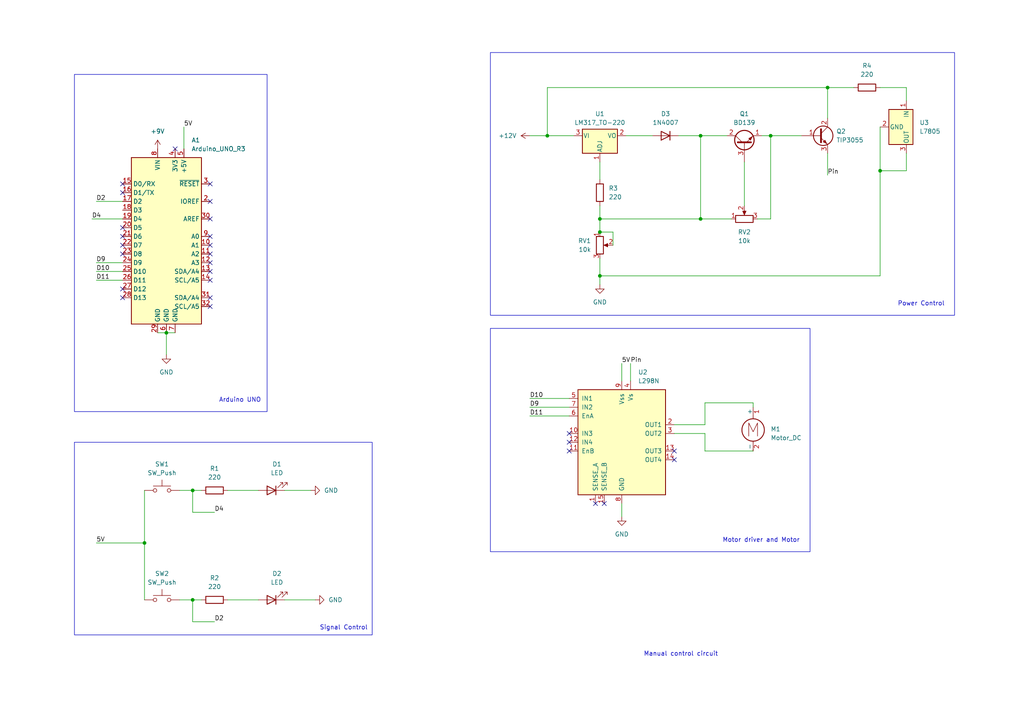
<source format=kicad_sch>
(kicad_sch (version 20230121) (generator eeschema)

  (uuid 60fcbe49-dd9a-40c1-a550-07641380cc9b)

  (paper "A4")

  (lib_symbols
    (symbol "Device:LED" (pin_numbers hide) (pin_names (offset 1.016) hide) (in_bom yes) (on_board yes)
      (property "Reference" "D" (at 0 2.54 0)
        (effects (font (size 1.27 1.27)))
      )
      (property "Value" "LED" (at 0 -2.54 0)
        (effects (font (size 1.27 1.27)))
      )
      (property "Footprint" "" (at 0 0 0)
        (effects (font (size 1.27 1.27)) hide)
      )
      (property "Datasheet" "~" (at 0 0 0)
        (effects (font (size 1.27 1.27)) hide)
      )
      (property "ki_keywords" "LED diode" (at 0 0 0)
        (effects (font (size 1.27 1.27)) hide)
      )
      (property "ki_description" "Light emitting diode" (at 0 0 0)
        (effects (font (size 1.27 1.27)) hide)
      )
      (property "ki_fp_filters" "LED* LED_SMD:* LED_THT:*" (at 0 0 0)
        (effects (font (size 1.27 1.27)) hide)
      )
      (symbol "LED_0_1"
        (polyline
          (pts
            (xy -1.27 -1.27)
            (xy -1.27 1.27)
          )
          (stroke (width 0.254) (type default))
          (fill (type none))
        )
        (polyline
          (pts
            (xy -1.27 0)
            (xy 1.27 0)
          )
          (stroke (width 0) (type default))
          (fill (type none))
        )
        (polyline
          (pts
            (xy 1.27 -1.27)
            (xy 1.27 1.27)
            (xy -1.27 0)
            (xy 1.27 -1.27)
          )
          (stroke (width 0.254) (type default))
          (fill (type none))
        )
        (polyline
          (pts
            (xy -3.048 -0.762)
            (xy -4.572 -2.286)
            (xy -3.81 -2.286)
            (xy -4.572 -2.286)
            (xy -4.572 -1.524)
          )
          (stroke (width 0) (type default))
          (fill (type none))
        )
        (polyline
          (pts
            (xy -1.778 -0.762)
            (xy -3.302 -2.286)
            (xy -2.54 -2.286)
            (xy -3.302 -2.286)
            (xy -3.302 -1.524)
          )
          (stroke (width 0) (type default))
          (fill (type none))
        )
      )
      (symbol "LED_1_1"
        (pin passive line (at -3.81 0 0) (length 2.54)
          (name "K" (effects (font (size 1.27 1.27))))
          (number "1" (effects (font (size 1.27 1.27))))
        )
        (pin passive line (at 3.81 0 180) (length 2.54)
          (name "A" (effects (font (size 1.27 1.27))))
          (number "2" (effects (font (size 1.27 1.27))))
        )
      )
    )
    (symbol "Device:R" (pin_numbers hide) (pin_names (offset 0)) (in_bom yes) (on_board yes)
      (property "Reference" "R" (at 2.032 0 90)
        (effects (font (size 1.27 1.27)))
      )
      (property "Value" "R" (at 0 0 90)
        (effects (font (size 1.27 1.27)))
      )
      (property "Footprint" "" (at -1.778 0 90)
        (effects (font (size 1.27 1.27)) hide)
      )
      (property "Datasheet" "~" (at 0 0 0)
        (effects (font (size 1.27 1.27)) hide)
      )
      (property "ki_keywords" "R res resistor" (at 0 0 0)
        (effects (font (size 1.27 1.27)) hide)
      )
      (property "ki_description" "Resistor" (at 0 0 0)
        (effects (font (size 1.27 1.27)) hide)
      )
      (property "ki_fp_filters" "R_*" (at 0 0 0)
        (effects (font (size 1.27 1.27)) hide)
      )
      (symbol "R_0_1"
        (rectangle (start -1.016 -2.54) (end 1.016 2.54)
          (stroke (width 0.254) (type default))
          (fill (type none))
        )
      )
      (symbol "R_1_1"
        (pin passive line (at 0 3.81 270) (length 1.27)
          (name "~" (effects (font (size 1.27 1.27))))
          (number "1" (effects (font (size 1.27 1.27))))
        )
        (pin passive line (at 0 -3.81 90) (length 1.27)
          (name "~" (effects (font (size 1.27 1.27))))
          (number "2" (effects (font (size 1.27 1.27))))
        )
      )
    )
    (symbol "Device:R_Potentiometer" (pin_names (offset 1.016) hide) (in_bom yes) (on_board yes)
      (property "Reference" "RV" (at -4.445 0 90)
        (effects (font (size 1.27 1.27)))
      )
      (property "Value" "R_Potentiometer" (at -2.54 0 90)
        (effects (font (size 1.27 1.27)))
      )
      (property "Footprint" "" (at 0 0 0)
        (effects (font (size 1.27 1.27)) hide)
      )
      (property "Datasheet" "~" (at 0 0 0)
        (effects (font (size 1.27 1.27)) hide)
      )
      (property "ki_keywords" "resistor variable" (at 0 0 0)
        (effects (font (size 1.27 1.27)) hide)
      )
      (property "ki_description" "Potentiometer" (at 0 0 0)
        (effects (font (size 1.27 1.27)) hide)
      )
      (property "ki_fp_filters" "Potentiometer*" (at 0 0 0)
        (effects (font (size 1.27 1.27)) hide)
      )
      (symbol "R_Potentiometer_0_1"
        (polyline
          (pts
            (xy 2.54 0)
            (xy 1.524 0)
          )
          (stroke (width 0) (type default))
          (fill (type none))
        )
        (polyline
          (pts
            (xy 1.143 0)
            (xy 2.286 0.508)
            (xy 2.286 -0.508)
            (xy 1.143 0)
          )
          (stroke (width 0) (type default))
          (fill (type outline))
        )
        (rectangle (start 1.016 2.54) (end -1.016 -2.54)
          (stroke (width 0.254) (type default))
          (fill (type none))
        )
      )
      (symbol "R_Potentiometer_1_1"
        (pin passive line (at 0 3.81 270) (length 1.27)
          (name "1" (effects (font (size 1.27 1.27))))
          (number "1" (effects (font (size 1.27 1.27))))
        )
        (pin passive line (at 3.81 0 180) (length 1.27)
          (name "2" (effects (font (size 1.27 1.27))))
          (number "2" (effects (font (size 1.27 1.27))))
        )
        (pin passive line (at 0 -3.81 90) (length 1.27)
          (name "3" (effects (font (size 1.27 1.27))))
          (number "3" (effects (font (size 1.27 1.27))))
        )
      )
    )
    (symbol "Diode:1N4007" (pin_numbers hide) (pin_names hide) (in_bom yes) (on_board yes)
      (property "Reference" "D" (at 0 2.54 0)
        (effects (font (size 1.27 1.27)))
      )
      (property "Value" "1N4007" (at 0 -2.54 0)
        (effects (font (size 1.27 1.27)))
      )
      (property "Footprint" "Diode_THT:D_DO-41_SOD81_P10.16mm_Horizontal" (at 0 -4.445 0)
        (effects (font (size 1.27 1.27)) hide)
      )
      (property "Datasheet" "http://www.vishay.com/docs/88503/1n4001.pdf" (at 0 0 0)
        (effects (font (size 1.27 1.27)) hide)
      )
      (property "Sim.Device" "D" (at 0 0 0)
        (effects (font (size 1.27 1.27)) hide)
      )
      (property "Sim.Pins" "1=K 2=A" (at 0 0 0)
        (effects (font (size 1.27 1.27)) hide)
      )
      (property "ki_keywords" "diode" (at 0 0 0)
        (effects (font (size 1.27 1.27)) hide)
      )
      (property "ki_description" "1000V 1A General Purpose Rectifier Diode, DO-41" (at 0 0 0)
        (effects (font (size 1.27 1.27)) hide)
      )
      (property "ki_fp_filters" "D*DO?41*" (at 0 0 0)
        (effects (font (size 1.27 1.27)) hide)
      )
      (symbol "1N4007_0_1"
        (polyline
          (pts
            (xy -1.27 1.27)
            (xy -1.27 -1.27)
          )
          (stroke (width 0.254) (type default))
          (fill (type none))
        )
        (polyline
          (pts
            (xy 1.27 0)
            (xy -1.27 0)
          )
          (stroke (width 0) (type default))
          (fill (type none))
        )
        (polyline
          (pts
            (xy 1.27 1.27)
            (xy 1.27 -1.27)
            (xy -1.27 0)
            (xy 1.27 1.27)
          )
          (stroke (width 0.254) (type default))
          (fill (type none))
        )
      )
      (symbol "1N4007_1_1"
        (pin passive line (at -3.81 0 0) (length 2.54)
          (name "K" (effects (font (size 1.27 1.27))))
          (number "1" (effects (font (size 1.27 1.27))))
        )
        (pin passive line (at 3.81 0 180) (length 2.54)
          (name "A" (effects (font (size 1.27 1.27))))
          (number "2" (effects (font (size 1.27 1.27))))
        )
      )
    )
    (symbol "Driver_Motor:L298N" (pin_names (offset 1.016)) (in_bom yes) (on_board yes)
      (property "Reference" "U" (at -10.16 16.51 0)
        (effects (font (size 1.27 1.27)) (justify right))
      )
      (property "Value" "L298N" (at 12.7 16.51 0)
        (effects (font (size 1.27 1.27)) (justify right))
      )
      (property "Footprint" "Package_TO_SOT_THT:TO-220-15_P2.54x2.54mm_StaggerOdd_Lead4.58mm_Vertical" (at 1.27 -16.51 0)
        (effects (font (size 1.27 1.27)) (justify left) hide)
      )
      (property "Datasheet" "http://www.st.com/st-web-ui/static/active/en/resource/technical/document/datasheet/CD00000240.pdf" (at 3.81 6.35 0)
        (effects (font (size 1.27 1.27)) hide)
      )
      (property "ki_keywords" "H-bridge motor driver" (at 0 0 0)
        (effects (font (size 1.27 1.27)) hide)
      )
      (property "ki_description" "Dual full bridge motor driver, up to 46V, 4A, Multiwatt15-V" (at 0 0 0)
        (effects (font (size 1.27 1.27)) hide)
      )
      (property "ki_fp_filters" "TO?220*StaggerOdd*Vertical*" (at 0 0 0)
        (effects (font (size 1.27 1.27)) hide)
      )
      (symbol "L298N_0_1"
        (rectangle (start -12.7 15.24) (end 12.7 -15.24)
          (stroke (width 0.254) (type default))
          (fill (type background))
        )
      )
      (symbol "L298N_1_1"
        (pin power_in line (at -7.62 -17.78 90) (length 2.54)
          (name "SENSE_A" (effects (font (size 1.27 1.27))))
          (number "1" (effects (font (size 1.27 1.27))))
        )
        (pin input line (at -15.24 2.54 0) (length 2.54)
          (name "IN3" (effects (font (size 1.27 1.27))))
          (number "10" (effects (font (size 1.27 1.27))))
        )
        (pin input line (at -15.24 -2.54 0) (length 2.54)
          (name "EnB" (effects (font (size 1.27 1.27))))
          (number "11" (effects (font (size 1.27 1.27))))
        )
        (pin input line (at -15.24 0 0) (length 2.54)
          (name "IN4" (effects (font (size 1.27 1.27))))
          (number "12" (effects (font (size 1.27 1.27))))
        )
        (pin output line (at 15.24 -2.54 180) (length 2.54)
          (name "OUT3" (effects (font (size 1.27 1.27))))
          (number "13" (effects (font (size 1.27 1.27))))
        )
        (pin output line (at 15.24 -5.08 180) (length 2.54)
          (name "OUT4" (effects (font (size 1.27 1.27))))
          (number "14" (effects (font (size 1.27 1.27))))
        )
        (pin power_in line (at -5.08 -17.78 90) (length 2.54)
          (name "SENSE_B" (effects (font (size 1.27 1.27))))
          (number "15" (effects (font (size 1.27 1.27))))
        )
        (pin output line (at 15.24 5.08 180) (length 2.54)
          (name "OUT1" (effects (font (size 1.27 1.27))))
          (number "2" (effects (font (size 1.27 1.27))))
        )
        (pin output line (at 15.24 2.54 180) (length 2.54)
          (name "OUT2" (effects (font (size 1.27 1.27))))
          (number "3" (effects (font (size 1.27 1.27))))
        )
        (pin power_in line (at 2.54 17.78 270) (length 2.54)
          (name "Vs" (effects (font (size 1.27 1.27))))
          (number "4" (effects (font (size 1.27 1.27))))
        )
        (pin input line (at -15.24 12.7 0) (length 2.54)
          (name "IN1" (effects (font (size 1.27 1.27))))
          (number "5" (effects (font (size 1.27 1.27))))
        )
        (pin input line (at -15.24 7.62 0) (length 2.54)
          (name "EnA" (effects (font (size 1.27 1.27))))
          (number "6" (effects (font (size 1.27 1.27))))
        )
        (pin input line (at -15.24 10.16 0) (length 2.54)
          (name "IN2" (effects (font (size 1.27 1.27))))
          (number "7" (effects (font (size 1.27 1.27))))
        )
        (pin power_in line (at 0 -17.78 90) (length 2.54)
          (name "GND" (effects (font (size 1.27 1.27))))
          (number "8" (effects (font (size 1.27 1.27))))
        )
        (pin power_in line (at 0 17.78 270) (length 2.54)
          (name "Vss" (effects (font (size 1.27 1.27))))
          (number "9" (effects (font (size 1.27 1.27))))
        )
      )
    )
    (symbol "MCU_Module:Arduino_UNO_R3" (in_bom yes) (on_board yes)
      (property "Reference" "A" (at -10.16 23.495 0)
        (effects (font (size 1.27 1.27)) (justify left bottom))
      )
      (property "Value" "Arduino_UNO_R3" (at 5.08 -26.67 0)
        (effects (font (size 1.27 1.27)) (justify left top))
      )
      (property "Footprint" "Module:Arduino_UNO_R3" (at 0 0 0)
        (effects (font (size 1.27 1.27) italic) hide)
      )
      (property "Datasheet" "https://www.arduino.cc/en/Main/arduinoBoardUno" (at 0 0 0)
        (effects (font (size 1.27 1.27)) hide)
      )
      (property "ki_keywords" "Arduino UNO R3 Microcontroller Module Atmel AVR USB" (at 0 0 0)
        (effects (font (size 1.27 1.27)) hide)
      )
      (property "ki_description" "Arduino UNO Microcontroller Module, release 3" (at 0 0 0)
        (effects (font (size 1.27 1.27)) hide)
      )
      (property "ki_fp_filters" "Arduino*UNO*R3*" (at 0 0 0)
        (effects (font (size 1.27 1.27)) hide)
      )
      (symbol "Arduino_UNO_R3_0_1"
        (rectangle (start -10.16 22.86) (end 10.16 -25.4)
          (stroke (width 0.254) (type default))
          (fill (type background))
        )
      )
      (symbol "Arduino_UNO_R3_1_1"
        (pin no_connect line (at -10.16 -20.32 0) (length 2.54) hide
          (name "NC" (effects (font (size 1.27 1.27))))
          (number "1" (effects (font (size 1.27 1.27))))
        )
        (pin bidirectional line (at 12.7 -2.54 180) (length 2.54)
          (name "A1" (effects (font (size 1.27 1.27))))
          (number "10" (effects (font (size 1.27 1.27))))
        )
        (pin bidirectional line (at 12.7 -5.08 180) (length 2.54)
          (name "A2" (effects (font (size 1.27 1.27))))
          (number "11" (effects (font (size 1.27 1.27))))
        )
        (pin bidirectional line (at 12.7 -7.62 180) (length 2.54)
          (name "A3" (effects (font (size 1.27 1.27))))
          (number "12" (effects (font (size 1.27 1.27))))
        )
        (pin bidirectional line (at 12.7 -10.16 180) (length 2.54)
          (name "SDA/A4" (effects (font (size 1.27 1.27))))
          (number "13" (effects (font (size 1.27 1.27))))
        )
        (pin bidirectional line (at 12.7 -12.7 180) (length 2.54)
          (name "SCL/A5" (effects (font (size 1.27 1.27))))
          (number "14" (effects (font (size 1.27 1.27))))
        )
        (pin bidirectional line (at -12.7 15.24 0) (length 2.54)
          (name "D0/RX" (effects (font (size 1.27 1.27))))
          (number "15" (effects (font (size 1.27 1.27))))
        )
        (pin bidirectional line (at -12.7 12.7 0) (length 2.54)
          (name "D1/TX" (effects (font (size 1.27 1.27))))
          (number "16" (effects (font (size 1.27 1.27))))
        )
        (pin bidirectional line (at -12.7 10.16 0) (length 2.54)
          (name "D2" (effects (font (size 1.27 1.27))))
          (number "17" (effects (font (size 1.27 1.27))))
        )
        (pin bidirectional line (at -12.7 7.62 0) (length 2.54)
          (name "D3" (effects (font (size 1.27 1.27))))
          (number "18" (effects (font (size 1.27 1.27))))
        )
        (pin bidirectional line (at -12.7 5.08 0) (length 2.54)
          (name "D4" (effects (font (size 1.27 1.27))))
          (number "19" (effects (font (size 1.27 1.27))))
        )
        (pin output line (at 12.7 10.16 180) (length 2.54)
          (name "IOREF" (effects (font (size 1.27 1.27))))
          (number "2" (effects (font (size 1.27 1.27))))
        )
        (pin bidirectional line (at -12.7 2.54 0) (length 2.54)
          (name "D5" (effects (font (size 1.27 1.27))))
          (number "20" (effects (font (size 1.27 1.27))))
        )
        (pin bidirectional line (at -12.7 0 0) (length 2.54)
          (name "D6" (effects (font (size 1.27 1.27))))
          (number "21" (effects (font (size 1.27 1.27))))
        )
        (pin bidirectional line (at -12.7 -2.54 0) (length 2.54)
          (name "D7" (effects (font (size 1.27 1.27))))
          (number "22" (effects (font (size 1.27 1.27))))
        )
        (pin bidirectional line (at -12.7 -5.08 0) (length 2.54)
          (name "D8" (effects (font (size 1.27 1.27))))
          (number "23" (effects (font (size 1.27 1.27))))
        )
        (pin bidirectional line (at -12.7 -7.62 0) (length 2.54)
          (name "D9" (effects (font (size 1.27 1.27))))
          (number "24" (effects (font (size 1.27 1.27))))
        )
        (pin bidirectional line (at -12.7 -10.16 0) (length 2.54)
          (name "D10" (effects (font (size 1.27 1.27))))
          (number "25" (effects (font (size 1.27 1.27))))
        )
        (pin bidirectional line (at -12.7 -12.7 0) (length 2.54)
          (name "D11" (effects (font (size 1.27 1.27))))
          (number "26" (effects (font (size 1.27 1.27))))
        )
        (pin bidirectional line (at -12.7 -15.24 0) (length 2.54)
          (name "D12" (effects (font (size 1.27 1.27))))
          (number "27" (effects (font (size 1.27 1.27))))
        )
        (pin bidirectional line (at -12.7 -17.78 0) (length 2.54)
          (name "D13" (effects (font (size 1.27 1.27))))
          (number "28" (effects (font (size 1.27 1.27))))
        )
        (pin power_in line (at -2.54 -27.94 90) (length 2.54)
          (name "GND" (effects (font (size 1.27 1.27))))
          (number "29" (effects (font (size 1.27 1.27))))
        )
        (pin input line (at 12.7 15.24 180) (length 2.54)
          (name "~{RESET}" (effects (font (size 1.27 1.27))))
          (number "3" (effects (font (size 1.27 1.27))))
        )
        (pin input line (at 12.7 5.08 180) (length 2.54)
          (name "AREF" (effects (font (size 1.27 1.27))))
          (number "30" (effects (font (size 1.27 1.27))))
        )
        (pin bidirectional line (at 12.7 -17.78 180) (length 2.54)
          (name "SDA/A4" (effects (font (size 1.27 1.27))))
          (number "31" (effects (font (size 1.27 1.27))))
        )
        (pin bidirectional line (at 12.7 -20.32 180) (length 2.54)
          (name "SCL/A5" (effects (font (size 1.27 1.27))))
          (number "32" (effects (font (size 1.27 1.27))))
        )
        (pin power_out line (at 2.54 25.4 270) (length 2.54)
          (name "3V3" (effects (font (size 1.27 1.27))))
          (number "4" (effects (font (size 1.27 1.27))))
        )
        (pin power_out line (at 5.08 25.4 270) (length 2.54)
          (name "+5V" (effects (font (size 1.27 1.27))))
          (number "5" (effects (font (size 1.27 1.27))))
        )
        (pin power_in line (at 0 -27.94 90) (length 2.54)
          (name "GND" (effects (font (size 1.27 1.27))))
          (number "6" (effects (font (size 1.27 1.27))))
        )
        (pin power_in line (at 2.54 -27.94 90) (length 2.54)
          (name "GND" (effects (font (size 1.27 1.27))))
          (number "7" (effects (font (size 1.27 1.27))))
        )
        (pin power_in line (at -2.54 25.4 270) (length 2.54)
          (name "VIN" (effects (font (size 1.27 1.27))))
          (number "8" (effects (font (size 1.27 1.27))))
        )
        (pin bidirectional line (at 12.7 0 180) (length 2.54)
          (name "A0" (effects (font (size 1.27 1.27))))
          (number "9" (effects (font (size 1.27 1.27))))
        )
      )
    )
    (symbol "Motor:Motor_DC" (pin_names (offset 0)) (in_bom yes) (on_board yes)
      (property "Reference" "M" (at 2.54 2.54 0)
        (effects (font (size 1.27 1.27)) (justify left))
      )
      (property "Value" "Motor_DC" (at 2.54 -5.08 0)
        (effects (font (size 1.27 1.27)) (justify left top))
      )
      (property "Footprint" "" (at 0 -2.286 0)
        (effects (font (size 1.27 1.27)) hide)
      )
      (property "Datasheet" "~" (at 0 -2.286 0)
        (effects (font (size 1.27 1.27)) hide)
      )
      (property "ki_keywords" "DC Motor" (at 0 0 0)
        (effects (font (size 1.27 1.27)) hide)
      )
      (property "ki_description" "DC Motor" (at 0 0 0)
        (effects (font (size 1.27 1.27)) hide)
      )
      (property "ki_fp_filters" "PinHeader*P2.54mm* TerminalBlock*" (at 0 0 0)
        (effects (font (size 1.27 1.27)) hide)
      )
      (symbol "Motor_DC_0_0"
        (polyline
          (pts
            (xy -1.27 -3.302)
            (xy -1.27 0.508)
            (xy 0 -2.032)
            (xy 1.27 0.508)
            (xy 1.27 -3.302)
          )
          (stroke (width 0) (type default))
          (fill (type none))
        )
      )
      (symbol "Motor_DC_0_1"
        (circle (center 0 -1.524) (radius 3.2512)
          (stroke (width 0.254) (type default))
          (fill (type none))
        )
        (polyline
          (pts
            (xy 0 -7.62)
            (xy 0 -7.112)
          )
          (stroke (width 0) (type default))
          (fill (type none))
        )
        (polyline
          (pts
            (xy 0 -4.7752)
            (xy 0 -5.1816)
          )
          (stroke (width 0) (type default))
          (fill (type none))
        )
        (polyline
          (pts
            (xy 0 1.7272)
            (xy 0 2.0828)
          )
          (stroke (width 0) (type default))
          (fill (type none))
        )
        (polyline
          (pts
            (xy 0 2.032)
            (xy 0 2.54)
          )
          (stroke (width 0) (type default))
          (fill (type none))
        )
      )
      (symbol "Motor_DC_1_1"
        (pin passive line (at 0 5.08 270) (length 2.54)
          (name "+" (effects (font (size 1.27 1.27))))
          (number "1" (effects (font (size 1.27 1.27))))
        )
        (pin passive line (at 0 -7.62 90) (length 2.54)
          (name "-" (effects (font (size 1.27 1.27))))
          (number "2" (effects (font (size 1.27 1.27))))
        )
      )
    )
    (symbol "Regulator_Linear:L7805" (pin_names (offset 0.254)) (in_bom yes) (on_board yes)
      (property "Reference" "U" (at -3.81 3.175 0)
        (effects (font (size 1.27 1.27)))
      )
      (property "Value" "L7805" (at 0 3.175 0)
        (effects (font (size 1.27 1.27)) (justify left))
      )
      (property "Footprint" "" (at 0.635 -3.81 0)
        (effects (font (size 1.27 1.27) italic) (justify left) hide)
      )
      (property "Datasheet" "http://www.st.com/content/ccc/resource/technical/document/datasheet/41/4f/b3/b0/12/d4/47/88/CD00000444.pdf/files/CD00000444.pdf/jcr:content/translations/en.CD00000444.pdf" (at 0 -1.27 0)
        (effects (font (size 1.27 1.27)) hide)
      )
      (property "ki_keywords" "Voltage Regulator 1.5A Positive" (at 0 0 0)
        (effects (font (size 1.27 1.27)) hide)
      )
      (property "ki_description" "Positive 1.5A 35V Linear Regulator, Fixed Output 5V, TO-220/TO-263/TO-252" (at 0 0 0)
        (effects (font (size 1.27 1.27)) hide)
      )
      (property "ki_fp_filters" "TO?252* TO?263* TO?220*" (at 0 0 0)
        (effects (font (size 1.27 1.27)) hide)
      )
      (symbol "L7805_0_1"
        (rectangle (start -5.08 1.905) (end 5.08 -5.08)
          (stroke (width 0.254) (type default))
          (fill (type background))
        )
      )
      (symbol "L7805_1_1"
        (pin power_in line (at -7.62 0 0) (length 2.54)
          (name "IN" (effects (font (size 1.27 1.27))))
          (number "1" (effects (font (size 1.27 1.27))))
        )
        (pin power_in line (at 0 -7.62 90) (length 2.54)
          (name "GND" (effects (font (size 1.27 1.27))))
          (number "2" (effects (font (size 1.27 1.27))))
        )
        (pin power_out line (at 7.62 0 180) (length 2.54)
          (name "OUT" (effects (font (size 1.27 1.27))))
          (number "3" (effects (font (size 1.27 1.27))))
        )
      )
    )
    (symbol "Regulator_Linear:LM317_TO-220" (pin_names (offset 0.254)) (in_bom yes) (on_board yes)
      (property "Reference" "U" (at -3.81 3.175 0)
        (effects (font (size 1.27 1.27)))
      )
      (property "Value" "LM317_TO-220" (at 0 3.175 0)
        (effects (font (size 1.27 1.27)) (justify left))
      )
      (property "Footprint" "Package_TO_SOT_THT:TO-220-3_Vertical" (at 0 6.35 0)
        (effects (font (size 1.27 1.27) italic) hide)
      )
      (property "Datasheet" "http://www.ti.com/lit/ds/symlink/lm317.pdf" (at 0 0 0)
        (effects (font (size 1.27 1.27)) hide)
      )
      (property "ki_keywords" "Adjustable Voltage Regulator 1A Positive" (at 0 0 0)
        (effects (font (size 1.27 1.27)) hide)
      )
      (property "ki_description" "1.5A 35V Adjustable Linear Regulator, TO-220" (at 0 0 0)
        (effects (font (size 1.27 1.27)) hide)
      )
      (property "ki_fp_filters" "TO?220*" (at 0 0 0)
        (effects (font (size 1.27 1.27)) hide)
      )
      (symbol "LM317_TO-220_0_1"
        (rectangle (start -5.08 1.905) (end 5.08 -5.08)
          (stroke (width 0.254) (type default))
          (fill (type background))
        )
      )
      (symbol "LM317_TO-220_1_1"
        (pin input line (at 0 -7.62 90) (length 2.54)
          (name "ADJ" (effects (font (size 1.27 1.27))))
          (number "1" (effects (font (size 1.27 1.27))))
        )
        (pin power_out line (at 7.62 0 180) (length 2.54)
          (name "VO" (effects (font (size 1.27 1.27))))
          (number "2" (effects (font (size 1.27 1.27))))
        )
        (pin power_in line (at -7.62 0 0) (length 2.54)
          (name "VI" (effects (font (size 1.27 1.27))))
          (number "3" (effects (font (size 1.27 1.27))))
        )
      )
    )
    (symbol "Switch:SW_Push" (pin_numbers hide) (pin_names (offset 1.016) hide) (in_bom yes) (on_board yes)
      (property "Reference" "SW" (at 1.27 2.54 0)
        (effects (font (size 1.27 1.27)) (justify left))
      )
      (property "Value" "SW_Push" (at 0 -1.524 0)
        (effects (font (size 1.27 1.27)))
      )
      (property "Footprint" "" (at 0 5.08 0)
        (effects (font (size 1.27 1.27)) hide)
      )
      (property "Datasheet" "~" (at 0 5.08 0)
        (effects (font (size 1.27 1.27)) hide)
      )
      (property "ki_keywords" "switch normally-open pushbutton push-button" (at 0 0 0)
        (effects (font (size 1.27 1.27)) hide)
      )
      (property "ki_description" "Push button switch, generic, two pins" (at 0 0 0)
        (effects (font (size 1.27 1.27)) hide)
      )
      (symbol "SW_Push_0_1"
        (circle (center -2.032 0) (radius 0.508)
          (stroke (width 0) (type default))
          (fill (type none))
        )
        (polyline
          (pts
            (xy 0 1.27)
            (xy 0 3.048)
          )
          (stroke (width 0) (type default))
          (fill (type none))
        )
        (polyline
          (pts
            (xy 2.54 1.27)
            (xy -2.54 1.27)
          )
          (stroke (width 0) (type default))
          (fill (type none))
        )
        (circle (center 2.032 0) (radius 0.508)
          (stroke (width 0) (type default))
          (fill (type none))
        )
        (pin passive line (at -5.08 0 0) (length 2.54)
          (name "1" (effects (font (size 1.27 1.27))))
          (number "1" (effects (font (size 1.27 1.27))))
        )
        (pin passive line (at 5.08 0 180) (length 2.54)
          (name "2" (effects (font (size 1.27 1.27))))
          (number "2" (effects (font (size 1.27 1.27))))
        )
      )
    )
    (symbol "Transistor_BJT:BD139" (pin_names (offset 0) hide) (in_bom yes) (on_board yes)
      (property "Reference" "Q" (at 5.08 1.905 0)
        (effects (font (size 1.27 1.27)) (justify left))
      )
      (property "Value" "BD139" (at 5.08 0 0)
        (effects (font (size 1.27 1.27)) (justify left))
      )
      (property "Footprint" "Package_TO_SOT_THT:TO-126-3_Vertical" (at 5.08 -1.905 0)
        (effects (font (size 1.27 1.27) italic) (justify left) hide)
      )
      (property "Datasheet" "http://www.st.com/internet/com/TECHNICAL_RESOURCES/TECHNICAL_LITERATURE/DATASHEET/CD00001225.pdf" (at 0 0 0)
        (effects (font (size 1.27 1.27)) (justify left) hide)
      )
      (property "ki_keywords" "Low Voltage Transistor" (at 0 0 0)
        (effects (font (size 1.27 1.27)) hide)
      )
      (property "ki_description" "1.5A Ic, 80V Vce, Low Voltage Transistor, TO-126" (at 0 0 0)
        (effects (font (size 1.27 1.27)) hide)
      )
      (property "ki_fp_filters" "TO?126*" (at 0 0 0)
        (effects (font (size 1.27 1.27)) hide)
      )
      (symbol "BD139_0_1"
        (polyline
          (pts
            (xy 0 0)
            (xy 0.635 0)
          )
          (stroke (width 0) (type default))
          (fill (type none))
        )
        (polyline
          (pts
            (xy 2.54 -2.54)
            (xy 0.635 -0.635)
          )
          (stroke (width 0) (type default))
          (fill (type none))
        )
        (polyline
          (pts
            (xy 2.54 2.54)
            (xy 0.635 0.635)
          )
          (stroke (width 0) (type default))
          (fill (type none))
        )
        (polyline
          (pts
            (xy 0.635 1.905)
            (xy 0.635 -1.905)
            (xy 0.635 -1.905)
          )
          (stroke (width 0.508) (type default))
          (fill (type outline))
        )
        (polyline
          (pts
            (xy 1.2446 -1.778)
            (xy 1.7526 -1.27)
            (xy 2.286 -2.286)
            (xy 1.2446 -1.778)
            (xy 1.2446 -1.778)
          )
          (stroke (width 0) (type default))
          (fill (type outline))
        )
        (circle (center 1.27 0) (radius 2.8194)
          (stroke (width 0.3048) (type default))
          (fill (type none))
        )
      )
      (symbol "BD139_1_1"
        (pin passive line (at 2.54 -5.08 90) (length 2.54)
          (name "E" (effects (font (size 1.27 1.27))))
          (number "1" (effects (font (size 1.27 1.27))))
        )
        (pin passive line (at 2.54 5.08 270) (length 2.54)
          (name "C" (effects (font (size 1.27 1.27))))
          (number "2" (effects (font (size 1.27 1.27))))
        )
        (pin input line (at -5.08 0 0) (length 5.08)
          (name "B" (effects (font (size 1.27 1.27))))
          (number "3" (effects (font (size 1.27 1.27))))
        )
      )
    )
    (symbol "Transistor_BJT:TIP3055" (pin_names (offset 0) hide) (in_bom yes) (on_board yes)
      (property "Reference" "Q" (at 5.08 1.905 0)
        (effects (font (size 1.27 1.27)) (justify left))
      )
      (property "Value" "TIP3055" (at 5.08 0 0)
        (effects (font (size 1.27 1.27)) (justify left))
      )
      (property "Footprint" "Package_TO_SOT_THT:TO-218-3_Vertical" (at 5.08 -1.905 0)
        (effects (font (size 1.27 1.27) italic) (justify left) hide)
      )
      (property "Datasheet" "http://www.onsemi.com/pub_link/Collateral/TIP3055-D.PDF" (at 0 0 0)
        (effects (font (size 1.27 1.27)) (justify left) hide)
      )
      (property "ki_keywords" "power NPN Transistor" (at 0 0 0)
        (effects (font (size 1.27 1.27)) hide)
      )
      (property "ki_description" "15A Ic, 60V Vce, Power NPN Transistor, TO-218" (at 0 0 0)
        (effects (font (size 1.27 1.27)) hide)
      )
      (property "ki_fp_filters" "TO?218*" (at 0 0 0)
        (effects (font (size 1.27 1.27)) hide)
      )
      (symbol "TIP3055_0_1"
        (polyline
          (pts
            (xy 0.635 0.635)
            (xy 2.54 2.54)
          )
          (stroke (width 0) (type default))
          (fill (type none))
        )
        (polyline
          (pts
            (xy 0.635 -0.635)
            (xy 2.54 -2.54)
            (xy 2.54 -2.54)
          )
          (stroke (width 0) (type default))
          (fill (type none))
        )
        (polyline
          (pts
            (xy 0.635 1.905)
            (xy 0.635 -1.905)
            (xy 0.635 -1.905)
          )
          (stroke (width 0.508) (type default))
          (fill (type none))
        )
        (polyline
          (pts
            (xy 1.27 -1.778)
            (xy 1.778 -1.27)
            (xy 2.286 -2.286)
            (xy 1.27 -1.778)
            (xy 1.27 -1.778)
          )
          (stroke (width 0) (type default))
          (fill (type outline))
        )
        (circle (center 1.27 0) (radius 2.8194)
          (stroke (width 0.254) (type default))
          (fill (type none))
        )
      )
      (symbol "TIP3055_1_1"
        (pin input line (at -5.08 0 0) (length 5.715)
          (name "B" (effects (font (size 1.27 1.27))))
          (number "1" (effects (font (size 1.27 1.27))))
        )
        (pin passive line (at 2.54 5.08 270) (length 2.54)
          (name "C" (effects (font (size 1.27 1.27))))
          (number "2" (effects (font (size 1.27 1.27))))
        )
        (pin passive line (at 2.54 -5.08 90) (length 2.54)
          (name "E" (effects (font (size 1.27 1.27))))
          (number "3" (effects (font (size 1.27 1.27))))
        )
      )
    )
    (symbol "power:+12V" (power) (pin_names (offset 0)) (in_bom yes) (on_board yes)
      (property "Reference" "#PWR" (at 0 -3.81 0)
        (effects (font (size 1.27 1.27)) hide)
      )
      (property "Value" "+12V" (at 0 3.556 0)
        (effects (font (size 1.27 1.27)))
      )
      (property "Footprint" "" (at 0 0 0)
        (effects (font (size 1.27 1.27)) hide)
      )
      (property "Datasheet" "" (at 0 0 0)
        (effects (font (size 1.27 1.27)) hide)
      )
      (property "ki_keywords" "global power" (at 0 0 0)
        (effects (font (size 1.27 1.27)) hide)
      )
      (property "ki_description" "Power symbol creates a global label with name \"+12V\"" (at 0 0 0)
        (effects (font (size 1.27 1.27)) hide)
      )
      (symbol "+12V_0_1"
        (polyline
          (pts
            (xy -0.762 1.27)
            (xy 0 2.54)
          )
          (stroke (width 0) (type default))
          (fill (type none))
        )
        (polyline
          (pts
            (xy 0 0)
            (xy 0 2.54)
          )
          (stroke (width 0) (type default))
          (fill (type none))
        )
        (polyline
          (pts
            (xy 0 2.54)
            (xy 0.762 1.27)
          )
          (stroke (width 0) (type default))
          (fill (type none))
        )
      )
      (symbol "+12V_1_1"
        (pin power_in line (at 0 0 90) (length 0) hide
          (name "+12V" (effects (font (size 1.27 1.27))))
          (number "1" (effects (font (size 1.27 1.27))))
        )
      )
    )
    (symbol "power:+9V" (power) (pin_names (offset 0)) (in_bom yes) (on_board yes)
      (property "Reference" "#PWR" (at 0 -3.81 0)
        (effects (font (size 1.27 1.27)) hide)
      )
      (property "Value" "+9V" (at 0 3.556 0)
        (effects (font (size 1.27 1.27)))
      )
      (property "Footprint" "" (at 0 0 0)
        (effects (font (size 1.27 1.27)) hide)
      )
      (property "Datasheet" "" (at 0 0 0)
        (effects (font (size 1.27 1.27)) hide)
      )
      (property "ki_keywords" "global power" (at 0 0 0)
        (effects (font (size 1.27 1.27)) hide)
      )
      (property "ki_description" "Power symbol creates a global label with name \"+9V\"" (at 0 0 0)
        (effects (font (size 1.27 1.27)) hide)
      )
      (symbol "+9V_0_1"
        (polyline
          (pts
            (xy -0.762 1.27)
            (xy 0 2.54)
          )
          (stroke (width 0) (type default))
          (fill (type none))
        )
        (polyline
          (pts
            (xy 0 0)
            (xy 0 2.54)
          )
          (stroke (width 0) (type default))
          (fill (type none))
        )
        (polyline
          (pts
            (xy 0 2.54)
            (xy 0.762 1.27)
          )
          (stroke (width 0) (type default))
          (fill (type none))
        )
      )
      (symbol "+9V_1_1"
        (pin power_in line (at 0 0 90) (length 0) hide
          (name "+9V" (effects (font (size 1.27 1.27))))
          (number "1" (effects (font (size 1.27 1.27))))
        )
      )
    )
    (symbol "power:GND" (power) (pin_names (offset 0)) (in_bom yes) (on_board yes)
      (property "Reference" "#PWR" (at 0 -6.35 0)
        (effects (font (size 1.27 1.27)) hide)
      )
      (property "Value" "GND" (at 0 -3.81 0)
        (effects (font (size 1.27 1.27)))
      )
      (property "Footprint" "" (at 0 0 0)
        (effects (font (size 1.27 1.27)) hide)
      )
      (property "Datasheet" "" (at 0 0 0)
        (effects (font (size 1.27 1.27)) hide)
      )
      (property "ki_keywords" "global power" (at 0 0 0)
        (effects (font (size 1.27 1.27)) hide)
      )
      (property "ki_description" "Power symbol creates a global label with name \"GND\" , ground" (at 0 0 0)
        (effects (font (size 1.27 1.27)) hide)
      )
      (symbol "GND_0_1"
        (polyline
          (pts
            (xy 0 0)
            (xy 0 -1.27)
            (xy 1.27 -1.27)
            (xy 0 -2.54)
            (xy -1.27 -1.27)
            (xy 0 -1.27)
          )
          (stroke (width 0) (type default))
          (fill (type none))
        )
      )
      (symbol "GND_1_1"
        (pin power_in line (at 0 0 270) (length 0) hide
          (name "GND" (effects (font (size 1.27 1.27))))
          (number "1" (effects (font (size 1.27 1.27))))
        )
      )
    )
  )

  (junction (at 223.52 39.37) (diameter 0) (color 0 0 0 0)
    (uuid 10f79ed6-08ba-463c-963e-0579c9bf02f9)
  )
  (junction (at 173.99 80.01) (diameter 0) (color 0 0 0 0)
    (uuid 336c0ed1-c81c-489d-9ab1-7390877d593a)
  )
  (junction (at 173.99 67.31) (diameter 0) (color 0 0 0 0)
    (uuid 3fb7f877-359a-4b8f-905a-cd2578cb918f)
  )
  (junction (at 48.26 96.52) (diameter 0) (color 0 0 0 0)
    (uuid 55c115dd-2e1d-4f48-9805-d84a2abe78fb)
  )
  (junction (at 240.03 25.4) (diameter 0) (color 0 0 0 0)
    (uuid 7547b65e-6ab1-4035-855b-6a2712993a14)
  )
  (junction (at 173.99 63.5) (diameter 0) (color 0 0 0 0)
    (uuid 8074fd87-8f57-4e92-9edd-bee2628751c6)
  )
  (junction (at 55.88 173.99) (diameter 0) (color 0 0 0 0)
    (uuid 9defd708-6831-4d1d-b991-bcf1d7ae71ae)
  )
  (junction (at 203.2 63.5) (diameter 0) (color 0 0 0 0)
    (uuid bbccbf2f-f775-4da1-9391-87699655d140)
  )
  (junction (at 203.2 39.37) (diameter 0) (color 0 0 0 0)
    (uuid bc44d2a9-26b9-4194-a05c-73e13c5df138)
  )
  (junction (at 255.27 49.53) (diameter 0) (color 0 0 0 0)
    (uuid c0296d01-d1d3-4bae-9350-a1e958dffa95)
  )
  (junction (at 41.91 157.48) (diameter 0) (color 0 0 0 0)
    (uuid c17d8355-4e29-4b23-a849-d6889e34a739)
  )
  (junction (at 158.75 39.37) (diameter 0) (color 0 0 0 0)
    (uuid c9f1c0a0-dd06-40d2-a930-0f566a5b0282)
  )
  (junction (at 55.88 142.24) (diameter 0) (color 0 0 0 0)
    (uuid d04e0279-d3f4-40d6-8420-68f19884f214)
  )

  (no_connect (at 35.56 86.36) (uuid 013fcbad-fbdc-4b53-8785-bd8ca1009c8e))
  (no_connect (at 175.26 146.05) (uuid 071e7edf-ef91-4717-b8ea-cac4dadee69f))
  (no_connect (at 60.96 76.2) (uuid 12d52663-9772-4a73-91fe-5d8ca8b36059))
  (no_connect (at 35.56 83.82) (uuid 1bf79d10-9c29-4078-8c5d-e62687510047))
  (no_connect (at 60.96 71.12) (uuid 2544a565-0894-4f74-898c-d1680eb63742))
  (no_connect (at 35.56 71.12) (uuid 2fd215c4-c954-478b-acf1-32e1c29009b4))
  (no_connect (at 35.56 55.88) (uuid 4713e0dc-ed4a-4a95-b8cb-970397125d98))
  (no_connect (at 35.56 73.66) (uuid 614eceab-b147-4ee6-8fb6-50550d1708bf))
  (no_connect (at 60.96 81.28) (uuid 6a4b24a8-e097-42cf-afa0-fc27ff59f06f))
  (no_connect (at 60.96 78.74) (uuid 71a82312-b43f-452e-a5ce-6d354c371884))
  (no_connect (at 60.96 68.58) (uuid 73abbc28-7c73-4e4b-9452-1581f54afbeb))
  (no_connect (at 60.96 73.66) (uuid 780b4e39-4760-4089-aa1a-3c9d93b8a0b7))
  (no_connect (at 60.96 88.9) (uuid 84cc932d-58ef-43f3-a8df-17cc2b30c371))
  (no_connect (at 60.96 86.36) (uuid 851a7dd9-04ad-4f02-aac2-818e2966c231))
  (no_connect (at 60.96 58.42) (uuid 962b9bb4-72e3-4542-9dd7-d5b27488ccb0))
  (no_connect (at 165.1 128.27) (uuid 9a267e49-eef5-48e1-9b56-f11e55ab1f96))
  (no_connect (at 60.96 53.34) (uuid 9cffb384-6c23-42c6-8a97-7852b2d34eb3))
  (no_connect (at 35.56 53.34) (uuid a53e9fa7-d886-41cf-a63b-ba2a0a49518d))
  (no_connect (at 165.1 125.73) (uuid aa390af9-b9e4-4e1b-8cd4-cb930efa3bfb))
  (no_connect (at 195.58 133.35) (uuid aa754d96-83bf-45a5-b886-dba660fb8f16))
  (no_connect (at 60.96 63.5) (uuid ba515a42-b306-4d67-a4bc-5ae1875ffba9))
  (no_connect (at 165.1 130.81) (uuid be20ae87-1b5f-4324-8638-0e7f7901c89c))
  (no_connect (at 35.56 68.58) (uuid cbbb7fd8-4ed4-4525-a02e-17539c6de29e))
  (no_connect (at 50.8 43.18) (uuid d979cac9-196b-4a11-808b-a9c0edb409e6))
  (no_connect (at 195.58 130.81) (uuid e87fe9af-b82f-4051-acb6-0c72987e25c5))
  (no_connect (at 35.56 66.04) (uuid e9fa6c18-1a47-4ee1-96cc-9e16a5d244ab))
  (no_connect (at 172.72 146.05) (uuid f15c2b2b-ee2f-486b-a676-bbf1374dec3d))

  (wire (pts (xy 173.99 80.01) (xy 173.99 82.55))
    (stroke (width 0) (type default))
    (uuid 059480b3-085c-48e3-b3c7-0cd3c16ba38f)
  )
  (wire (pts (xy 45.72 96.52) (xy 48.26 96.52))
    (stroke (width 0) (type default))
    (uuid 0604a70e-2b87-4190-8580-abf95fc5dc90)
  )
  (wire (pts (xy 180.34 105.41) (xy 180.34 110.49))
    (stroke (width 0) (type default))
    (uuid 0b12ade6-9789-49d9-91d7-518fe4e934af)
  )
  (wire (pts (xy 177.8 67.31) (xy 177.8 71.12))
    (stroke (width 0) (type default))
    (uuid 0bc820f1-2c21-49a8-9a68-ea2787851fcf)
  )
  (wire (pts (xy 195.58 125.73) (xy 204.47 125.73))
    (stroke (width 0) (type default))
    (uuid 0e9d036b-63fe-429f-8e76-a67c1b71cbbb)
  )
  (wire (pts (xy 182.88 105.41) (xy 182.88 110.49))
    (stroke (width 0) (type default))
    (uuid 0f5be107-d46c-4629-ba0a-bc56039a3f4f)
  )
  (wire (pts (xy 173.99 46.99) (xy 173.99 52.07))
    (stroke (width 0) (type default))
    (uuid 100bc72f-535b-4350-8cb3-e210e21c0f83)
  )
  (wire (pts (xy 55.88 173.99) (xy 58.42 173.99))
    (stroke (width 0) (type default))
    (uuid 10f6020c-e248-451b-a266-da8ef694f600)
  )
  (wire (pts (xy 240.03 44.45) (xy 240.03 50.8))
    (stroke (width 0) (type default))
    (uuid 11fb05c3-9a27-4029-98aa-41309970ba52)
  )
  (wire (pts (xy 173.99 67.31) (xy 177.8 67.31))
    (stroke (width 0) (type default))
    (uuid 14a83b8d-0a8d-4f7d-8004-5972b5c79c7f)
  )
  (wire (pts (xy 82.55 142.24) (xy 90.17 142.24))
    (stroke (width 0) (type default))
    (uuid 19734fc1-5882-447a-a397-bf9f12282e96)
  )
  (wire (pts (xy 173.99 63.5) (xy 173.99 67.31))
    (stroke (width 0) (type default))
    (uuid 1d4edce2-f287-4a5d-8198-12be619d4787)
  )
  (wire (pts (xy 219.71 63.5) (xy 223.52 63.5))
    (stroke (width 0) (type default))
    (uuid 1e65aee8-6fee-48e0-8abd-e86bb20699ba)
  )
  (wire (pts (xy 48.26 96.52) (xy 48.26 102.87))
    (stroke (width 0) (type default))
    (uuid 1f7967e1-33d6-4c2b-82d1-e2fc85c3cad5)
  )
  (wire (pts (xy 82.55 173.99) (xy 91.44 173.99))
    (stroke (width 0) (type default))
    (uuid 232466cc-9f60-4cd2-a908-9784af977426)
  )
  (wire (pts (xy 48.26 96.52) (xy 50.8 96.52))
    (stroke (width 0) (type default))
    (uuid 24577db6-ff72-4086-9500-008d0dd57bfa)
  )
  (wire (pts (xy 203.2 63.5) (xy 203.2 39.37))
    (stroke (width 0) (type default))
    (uuid 2785f898-8587-4cae-a320-cfa1b2d54f3c)
  )
  (wire (pts (xy 153.67 120.65) (xy 165.1 120.65))
    (stroke (width 0) (type default))
    (uuid 2e553c0a-535d-49f8-90a3-85c0fd9e06a6)
  )
  (wire (pts (xy 41.91 142.24) (xy 41.91 157.48))
    (stroke (width 0) (type default))
    (uuid 391d2979-272e-48cd-ad1e-58021ca3736a)
  )
  (wire (pts (xy 204.47 130.81) (xy 204.47 125.73))
    (stroke (width 0) (type default))
    (uuid 3a8bcf7e-c5ff-41b0-ab08-a4f67e63992c)
  )
  (wire (pts (xy 262.89 44.45) (xy 262.89 49.53))
    (stroke (width 0) (type default))
    (uuid 3bf1d83c-8064-41c3-b88e-a0d12ddcadba)
  )
  (wire (pts (xy 158.75 39.37) (xy 166.37 39.37))
    (stroke (width 0) (type default))
    (uuid 48ccc8f8-f06e-416c-9666-f844cc887673)
  )
  (wire (pts (xy 203.2 63.5) (xy 212.09 63.5))
    (stroke (width 0) (type default))
    (uuid 49728ccf-3b86-4ca1-9901-fd490b543d53)
  )
  (wire (pts (xy 255.27 49.53) (xy 255.27 80.01))
    (stroke (width 0) (type default))
    (uuid 4a2e97f8-d879-4380-ba05-120271c9ae16)
  )
  (wire (pts (xy 158.75 25.4) (xy 158.75 39.37))
    (stroke (width 0) (type default))
    (uuid 4dfe4273-fa89-4b83-a4a5-285eb40a2fa2)
  )
  (wire (pts (xy 66.04 142.24) (xy 74.93 142.24))
    (stroke (width 0) (type default))
    (uuid 56bb8c86-ddfd-4c3f-9de5-356f802e8726)
  )
  (wire (pts (xy 153.67 118.11) (xy 165.1 118.11))
    (stroke (width 0) (type default))
    (uuid 59309f90-a8f5-4654-8b0e-67a1cecbfe15)
  )
  (wire (pts (xy 204.47 123.19) (xy 195.58 123.19))
    (stroke (width 0) (type default))
    (uuid 6489cef1-0cf7-4983-a1dc-896656549e53)
  )
  (wire (pts (xy 240.03 25.4) (xy 158.75 25.4))
    (stroke (width 0) (type default))
    (uuid 658d7d9d-8e5c-46b4-861b-dedafba1b1d1)
  )
  (wire (pts (xy 218.44 116.84) (xy 218.44 118.11))
    (stroke (width 0) (type default))
    (uuid 66b66052-06df-431d-8bd8-922157b61730)
  )
  (wire (pts (xy 196.85 39.37) (xy 203.2 39.37))
    (stroke (width 0) (type default))
    (uuid 6bb89fce-2fde-4109-82d7-7c2ff386fa79)
  )
  (wire (pts (xy 255.27 80.01) (xy 173.99 80.01))
    (stroke (width 0) (type default))
    (uuid 6dbb9a40-86af-49cb-ad43-6e0379c08c23)
  )
  (wire (pts (xy 240.03 34.29) (xy 240.03 25.4))
    (stroke (width 0) (type default))
    (uuid 6dfb71bd-dc9b-4984-a05a-62d1c7ae839f)
  )
  (wire (pts (xy 62.23 148.59) (xy 55.88 148.59))
    (stroke (width 0) (type default))
    (uuid 874ec90f-633e-49c0-b553-7e13a4940e2d)
  )
  (wire (pts (xy 66.04 173.99) (xy 74.93 173.99))
    (stroke (width 0) (type default))
    (uuid 8d89b751-1029-4fe3-95a9-e5ba2a051843)
  )
  (wire (pts (xy 203.2 39.37) (xy 210.82 39.37))
    (stroke (width 0) (type default))
    (uuid 9949a488-f42f-4a26-ada9-2c2dda2e0902)
  )
  (wire (pts (xy 204.47 116.84) (xy 218.44 116.84))
    (stroke (width 0) (type default))
    (uuid 9cdd7e99-05c4-4a41-a7ca-f650fbf79edf)
  )
  (wire (pts (xy 52.07 173.99) (xy 55.88 173.99))
    (stroke (width 0) (type default))
    (uuid 9d172594-1d4a-4e17-b92b-360922195f83)
  )
  (wire (pts (xy 55.88 180.34) (xy 55.88 173.99))
    (stroke (width 0) (type default))
    (uuid 9e17ed53-98e3-475d-8c7e-e7bfc9199ef6)
  )
  (wire (pts (xy 223.52 39.37) (xy 232.41 39.37))
    (stroke (width 0) (type default))
    (uuid 9e87c953-fae3-4a81-af5c-f807bc842aea)
  )
  (wire (pts (xy 255.27 25.4) (xy 262.89 25.4))
    (stroke (width 0) (type default))
    (uuid a578e643-e3c6-43a5-a7c9-668f6819c5ba)
  )
  (wire (pts (xy 255.27 36.83) (xy 255.27 49.53))
    (stroke (width 0) (type default))
    (uuid a83d6555-f17e-4144-b693-ab7fc96d4542)
  )
  (wire (pts (xy 180.34 146.05) (xy 180.34 149.86))
    (stroke (width 0) (type default))
    (uuid a90226e2-59af-47b5-a4ff-eeda32576ab5)
  )
  (wire (pts (xy 223.52 39.37) (xy 223.52 63.5))
    (stroke (width 0) (type default))
    (uuid ae62f725-dbc3-488a-81ca-29c57a58f4d8)
  )
  (wire (pts (xy 52.07 142.24) (xy 55.88 142.24))
    (stroke (width 0) (type default))
    (uuid b1ee7963-83a7-4208-b961-770ec003300b)
  )
  (wire (pts (xy 55.88 142.24) (xy 55.88 148.59))
    (stroke (width 0) (type default))
    (uuid b307f937-a777-43a1-97de-488159f797b2)
  )
  (wire (pts (xy 204.47 130.81) (xy 218.44 130.81))
    (stroke (width 0) (type default))
    (uuid b396e670-16ab-469d-a7a0-482059a11729)
  )
  (wire (pts (xy 262.89 25.4) (xy 262.89 29.21))
    (stroke (width 0) (type default))
    (uuid b434911b-2af2-49b2-b92f-988dcb7f2c53)
  )
  (wire (pts (xy 27.94 78.74) (xy 35.56 78.74))
    (stroke (width 0) (type default))
    (uuid b87d6ee9-db89-414f-8411-8142a0c53ff3)
  )
  (wire (pts (xy 173.99 63.5) (xy 203.2 63.5))
    (stroke (width 0) (type default))
    (uuid bc2f1e32-0868-43b2-84d1-ea0a3a237f1b)
  )
  (wire (pts (xy 173.99 74.93) (xy 173.99 80.01))
    (stroke (width 0) (type default))
    (uuid be6358b0-37c3-435d-b25e-ac6d7b403d3d)
  )
  (wire (pts (xy 41.91 157.48) (xy 41.91 173.99))
    (stroke (width 0) (type default))
    (uuid c18db692-fd13-453d-87f7-3e0d82858e5c)
  )
  (wire (pts (xy 181.61 39.37) (xy 189.23 39.37))
    (stroke (width 0) (type default))
    (uuid c2e57c23-932d-4e64-aa42-de6768bbd0be)
  )
  (wire (pts (xy 153.67 115.57) (xy 165.1 115.57))
    (stroke (width 0) (type default))
    (uuid c4d2b41c-bf34-4526-a8b2-353393b93a66)
  )
  (wire (pts (xy 27.94 157.48) (xy 41.91 157.48))
    (stroke (width 0) (type default))
    (uuid c5fa9592-2052-497c-9c87-231a0e69da40)
  )
  (wire (pts (xy 220.98 39.37) (xy 223.52 39.37))
    (stroke (width 0) (type default))
    (uuid ce51d6f5-f403-4f15-aada-668df1c456f1)
  )
  (wire (pts (xy 27.94 58.42) (xy 35.56 58.42))
    (stroke (width 0) (type default))
    (uuid cff70f25-7167-44d9-85a2-9e225f045a4f)
  )
  (wire (pts (xy 173.99 59.69) (xy 173.99 63.5))
    (stroke (width 0) (type default))
    (uuid d62ea1c1-6b5d-4d31-97dd-b850aaf46cd7)
  )
  (wire (pts (xy 240.03 25.4) (xy 247.65 25.4))
    (stroke (width 0) (type default))
    (uuid d88a9bd7-221a-41d9-af07-600278b73ebc)
  )
  (wire (pts (xy 27.94 76.2) (xy 35.56 76.2))
    (stroke (width 0) (type default))
    (uuid d8e815f9-d37d-4727-9c3f-6f7f947bb595)
  )
  (wire (pts (xy 26.67 63.5) (xy 35.56 63.5))
    (stroke (width 0) (type default))
    (uuid de0d3ae0-279f-4219-b05e-c323eea2afb9)
  )
  (wire (pts (xy 55.88 180.34) (xy 62.23 180.34))
    (stroke (width 0) (type default))
    (uuid e945346a-238f-4abe-a615-510fddcac90f)
  )
  (wire (pts (xy 27.94 81.28) (xy 35.56 81.28))
    (stroke (width 0) (type default))
    (uuid e9898102-22c2-4573-a915-d75a83881bc8)
  )
  (wire (pts (xy 55.88 142.24) (xy 58.42 142.24))
    (stroke (width 0) (type default))
    (uuid ec705fb4-d1a9-4a02-ac03-632e746415e7)
  )
  (wire (pts (xy 215.9 46.99) (xy 215.9 59.69))
    (stroke (width 0) (type default))
    (uuid ee8f42a7-837e-4dc9-bb34-971a6faf0c69)
  )
  (wire (pts (xy 53.34 36.83) (xy 53.34 43.18))
    (stroke (width 0) (type default))
    (uuid f0530957-86b6-4723-b6db-bebee2b2a04a)
  )
  (wire (pts (xy 204.47 116.84) (xy 204.47 123.19))
    (stroke (width 0) (type default))
    (uuid f3675d14-5f51-4bad-bdcb-767a87f8c77a)
  )
  (wire (pts (xy 153.67 39.37) (xy 158.75 39.37))
    (stroke (width 0) (type default))
    (uuid f55ffeeb-6664-4a80-81b1-68aecd6e48c5)
  )
  (wire (pts (xy 262.89 49.53) (xy 255.27 49.53))
    (stroke (width 0) (type default))
    (uuid fdf563c6-eb95-4b00-8de5-282557cbdcd0)
  )

  (rectangle (start 21.59 21.59) (end 77.47 119.38)
    (stroke (width 0) (type default))
    (fill (type none))
    (uuid 5898180d-6278-436b-80a3-f00886e5c6e8)
  )
  (rectangle (start 142.24 95.25) (end 234.95 160.02)
    (stroke (width 0) (type default))
    (fill (type none))
    (uuid 987dcb21-0248-4aab-bc57-c57848a8f810)
  )
  (rectangle (start 142.24 15.24) (end 276.86 91.44)
    (stroke (width 0) (type default))
    (fill (type none))
    (uuid a0c8d792-7fc8-4ea2-8b2b-c2deda2b47c4)
  )
  (rectangle (start 21.59 128.27) (end 107.95 184.15)
    (stroke (width 0) (type default))
    (fill (type none))
    (uuid f22cf9f2-f6c6-497b-b636-3cb1b9a3d92a)
  )

  (text "Motor driver and Motor" (at 209.55 157.48 0)
    (effects (font (size 1.27 1.27)) (justify left bottom))
    (uuid 184913c0-e6a4-4e57-844c-c335171c7ba1)
  )
  (text "Arduino UNO\n" (at 63.5 116.84 0)
    (effects (font (size 1.27 1.27)) (justify left bottom))
    (uuid aeaf097d-18bb-4d66-a89c-6ae7d4dc7dcc)
  )
  (text "Manual control circuit" (at 186.69 190.5 0)
    (effects (font (size 1.27 1.27)) (justify left bottom))
    (uuid d626c1b5-5b27-4909-989d-697191417dcb)
  )
  (text "Power Control" (at 260.35 88.9 0)
    (effects (font (size 1.27 1.27)) (justify left bottom))
    (uuid dcbbead1-0705-4a86-a002-cb2cdca9f670)
  )
  (text "Signal Control" (at 92.71 182.88 0)
    (effects (font (size 1.27 1.27)) (justify left bottom))
    (uuid f6ebc96c-a38c-4e90-b09f-2fbd11aedc00)
  )

  (label "D10" (at 27.94 78.74 0) (fields_autoplaced)
    (effects (font (size 1.27 1.27)) (justify left bottom))
    (uuid 2282aab0-7d4c-4091-b17b-76bc425bc175)
  )
  (label "D9" (at 153.67 118.11 0) (fields_autoplaced)
    (effects (font (size 1.27 1.27)) (justify left bottom))
    (uuid 338712c1-3b0f-4c78-afb1-66e70ed08338)
  )
  (label "5V" (at 53.34 36.83 0) (fields_autoplaced)
    (effects (font (size 1.27 1.27)) (justify left bottom))
    (uuid 584a4f21-12b5-4666-8180-727d621ebbf8)
  )
  (label "D11" (at 153.67 120.65 0) (fields_autoplaced)
    (effects (font (size 1.27 1.27)) (justify left bottom))
    (uuid 67e108db-9f19-4d74-9297-7462c8127ff2)
  )
  (label "D4" (at 26.67 63.5 0) (fields_autoplaced)
    (effects (font (size 1.27 1.27)) (justify left bottom))
    (uuid 95653cbd-0cf9-486f-b4b7-b4b0dc2c4275)
  )
  (label "D2" (at 62.23 180.34 0) (fields_autoplaced)
    (effects (font (size 1.27 1.27)) (justify left bottom))
    (uuid 9d8e0f36-e97c-454e-9f1b-f63021e89000)
  )
  (label "5V" (at 27.94 157.48 0) (fields_autoplaced)
    (effects (font (size 1.27 1.27)) (justify left bottom))
    (uuid a684dfab-594a-40ef-b5c7-f649b6203b9c)
  )
  (label "Pin" (at 182.88 105.41 0) (fields_autoplaced)
    (effects (font (size 1.27 1.27)) (justify left bottom))
    (uuid a8903419-ab5f-4105-aee1-4b792c5f893c)
  )
  (label "D11" (at 27.94 81.28 0) (fields_autoplaced)
    (effects (font (size 1.27 1.27)) (justify left bottom))
    (uuid b5175f4f-4596-478d-827c-1f835e997928)
  )
  (label "5V" (at 180.34 105.41 0) (fields_autoplaced)
    (effects (font (size 1.27 1.27)) (justify left bottom))
    (uuid b7d4e95c-9133-4591-84d5-f46547385a8b)
  )
  (label "D9" (at 27.94 76.2 0) (fields_autoplaced)
    (effects (font (size 1.27 1.27)) (justify left bottom))
    (uuid bd73f9c1-fde5-49e3-90c0-dff710512b55)
  )
  (label "Pin" (at 240.03 50.8 0) (fields_autoplaced)
    (effects (font (size 1.27 1.27)) (justify left bottom))
    (uuid d1a402ef-3bda-4742-a6b9-d88deb9889f9)
  )
  (label "D2" (at 27.94 58.42 0) (fields_autoplaced)
    (effects (font (size 1.27 1.27)) (justify left bottom))
    (uuid d3ffdfd3-9104-4df0-a97d-ae9f83aaaf46)
  )
  (label "D4" (at 62.23 148.59 0) (fields_autoplaced)
    (effects (font (size 1.27 1.27)) (justify left bottom))
    (uuid f17c3de8-b37e-4cb0-bfc6-92f4ce3aaf98)
  )
  (label "D10" (at 153.67 115.57 0) (fields_autoplaced)
    (effects (font (size 1.27 1.27)) (justify left bottom))
    (uuid f2936231-32e9-4efe-ab6c-aaf460d21101)
  )

  (symbol (lib_id "Device:R") (at 251.46 25.4 90) (unit 1)
    (in_bom yes) (on_board yes) (dnp no) (fields_autoplaced)
    (uuid 02d3350f-a25a-45f3-9670-ed4500d0b3b3)
    (property "Reference" "R2" (at 251.46 19.05 90)
      (effects (font (size 1.27 1.27)))
    )
    (property "Value" "220" (at 251.46 21.59 90)
      (effects (font (size 1.27 1.27)))
    )
    (property "Footprint" "" (at 251.46 27.178 90)
      (effects (font (size 1.27 1.27)) hide)
    )
    (property "Datasheet" "~" (at 251.46 25.4 0)
      (effects (font (size 1.27 1.27)) hide)
    )
    (pin "1" (uuid 8579f978-b3fb-44d4-a465-cb927db69102))
    (pin "2" (uuid 25cf529a-e5c4-46d6-a3ad-dd8b1dbf169f))
    (instances
      (project "trial_3.1"
        (path "/0422bc10-f797-4cd1-bc6d-5310e8fe64d7"
          (reference "R2") (unit 1)
        )
      )
      (project "trial_3.2"
        (path "/2036a407-89c6-425c-8d7f-c6b3c6911c3e"
          (reference "R2") (unit 1)
        )
      )
      (project "Manual_control_circuit"
        (path "/60fcbe49-dd9a-40c1-a550-07641380cc9b"
          (reference "R4") (unit 1)
        )
      )
    )
  )

  (symbol (lib_id "Regulator_Linear:LM317_TO-220") (at 173.99 39.37 0) (unit 1)
    (in_bom yes) (on_board yes) (dnp no) (fields_autoplaced)
    (uuid 11b37fce-faeb-40ec-9dbd-cd77919a0010)
    (property "Reference" "U1" (at 173.99 33.02 0)
      (effects (font (size 1.27 1.27)))
    )
    (property "Value" "LM317_TO-220" (at 173.99 35.56 0)
      (effects (font (size 1.27 1.27)))
    )
    (property "Footprint" "Package_TO_SOT_THT:TO-220-3_Vertical" (at 173.99 33.02 0)
      (effects (font (size 1.27 1.27) italic) hide)
    )
    (property "Datasheet" "http://www.ti.com/lit/ds/symlink/lm317.pdf" (at 173.99 39.37 0)
      (effects (font (size 1.27 1.27)) hide)
    )
    (pin "1" (uuid 192a5051-7a89-426c-8455-51e82300b852))
    (pin "2" (uuid 6037d801-4e1b-4de3-8d46-0b7cd5517ae0))
    (pin "3" (uuid 1c5499db-ae35-4719-bdf0-2d3c1d98a799))
    (instances
      (project "trial_3.1"
        (path "/0422bc10-f797-4cd1-bc6d-5310e8fe64d7"
          (reference "U1") (unit 1)
        )
      )
      (project "trial_3.2"
        (path "/2036a407-89c6-425c-8d7f-c6b3c6911c3e"
          (reference "U1") (unit 1)
        )
      )
      (project "Manual_control_circuit"
        (path "/60fcbe49-dd9a-40c1-a550-07641380cc9b"
          (reference "U1") (unit 1)
        )
      )
    )
  )

  (symbol (lib_id "Switch:SW_Push") (at 46.99 142.24 0) (unit 1)
    (in_bom yes) (on_board yes) (dnp no) (fields_autoplaced)
    (uuid 12b19ae1-3446-4e93-a694-b4a9f6343a8d)
    (property "Reference" "SW1" (at 46.99 134.62 0)
      (effects (font (size 1.27 1.27)))
    )
    (property "Value" "SW_Push" (at 46.99 137.16 0)
      (effects (font (size 1.27 1.27)))
    )
    (property "Footprint" "" (at 46.99 137.16 0)
      (effects (font (size 1.27 1.27)) hide)
    )
    (property "Datasheet" "~" (at 46.99 137.16 0)
      (effects (font (size 1.27 1.27)) hide)
    )
    (pin "1" (uuid 7ec0b170-837b-49c8-bf40-067cf2e91456))
    (pin "2" (uuid 8de2a2c5-0160-4928-8eea-31cbf7763800))
    (instances
      (project "trial_3.1"
        (path "/0422bc10-f797-4cd1-bc6d-5310e8fe64d7"
          (reference "SW1") (unit 1)
        )
      )
      (project "trial_3.2"
        (path "/2036a407-89c6-425c-8d7f-c6b3c6911c3e"
          (reference "SW1") (unit 1)
        )
      )
      (project "Manual_control_circuit"
        (path "/60fcbe49-dd9a-40c1-a550-07641380cc9b"
          (reference "SW1") (unit 1)
        )
      )
      (project "trial_3.0"
        (path "/dca1bf3c-5c32-4ca0-b315-e3ac2527fafa"
          (reference "SW1") (unit 1)
        )
      )
    )
  )

  (symbol (lib_id "power:+12V") (at 153.67 39.37 90) (unit 1)
    (in_bom yes) (on_board yes) (dnp no) (fields_autoplaced)
    (uuid 298764aa-cd1c-4948-95a7-380f8004e257)
    (property "Reference" "#PWR01" (at 157.48 39.37 0)
      (effects (font (size 1.27 1.27)) hide)
    )
    (property "Value" "+12V" (at 149.86 39.37 90)
      (effects (font (size 1.27 1.27)) (justify left))
    )
    (property "Footprint" "" (at 153.67 39.37 0)
      (effects (font (size 1.27 1.27)) hide)
    )
    (property "Datasheet" "" (at 153.67 39.37 0)
      (effects (font (size 1.27 1.27)) hide)
    )
    (pin "1" (uuid 7b70f575-6013-4a09-a8f7-e3faf29c992f))
    (instances
      (project "trial_3.1"
        (path "/0422bc10-f797-4cd1-bc6d-5310e8fe64d7"
          (reference "#PWR01") (unit 1)
        )
      )
      (project "trial_3.2"
        (path "/2036a407-89c6-425c-8d7f-c6b3c6911c3e"
          (reference "#PWR01") (unit 1)
        )
      )
      (project "Manual_control_circuit"
        (path "/60fcbe49-dd9a-40c1-a550-07641380cc9b"
          (reference "#PWR05") (unit 1)
        )
      )
    )
  )

  (symbol (lib_id "Diode:1N4007") (at 193.04 39.37 180) (unit 1)
    (in_bom yes) (on_board yes) (dnp no) (fields_autoplaced)
    (uuid 2b680c4d-8df7-469b-88cb-630d45afcdee)
    (property "Reference" "D1" (at 193.04 33.02 0)
      (effects (font (size 1.27 1.27)))
    )
    (property "Value" "1N4007" (at 193.04 35.56 0)
      (effects (font (size 1.27 1.27)))
    )
    (property "Footprint" "Diode_THT:D_DO-41_SOD81_P10.16mm_Horizontal" (at 193.04 34.925 0)
      (effects (font (size 1.27 1.27)) hide)
    )
    (property "Datasheet" "http://www.vishay.com/docs/88503/1n4001.pdf" (at 193.04 39.37 0)
      (effects (font (size 1.27 1.27)) hide)
    )
    (property "Sim.Device" "D" (at 193.04 39.37 0)
      (effects (font (size 1.27 1.27)) hide)
    )
    (property "Sim.Pins" "1=K 2=A" (at 193.04 39.37 0)
      (effects (font (size 1.27 1.27)) hide)
    )
    (pin "1" (uuid 745e63bd-e6a0-4329-9038-a50bfbba9692))
    (pin "2" (uuid 5d3dc705-f72f-4671-a6d5-a88508464760))
    (instances
      (project "trial_3.1"
        (path "/0422bc10-f797-4cd1-bc6d-5310e8fe64d7"
          (reference "D1") (unit 1)
        )
      )
      (project "trial_3.2"
        (path "/2036a407-89c6-425c-8d7f-c6b3c6911c3e"
          (reference "D1") (unit 1)
        )
      )
      (project "Manual_control_circuit"
        (path "/60fcbe49-dd9a-40c1-a550-07641380cc9b"
          (reference "D3") (unit 1)
        )
      )
    )
  )

  (symbol (lib_id "Device:R") (at 62.23 173.99 90) (unit 1)
    (in_bom yes) (on_board yes) (dnp no) (fields_autoplaced)
    (uuid 4be9b54b-da43-44bf-b660-e1ff72778974)
    (property "Reference" "R4" (at 62.23 167.64 90)
      (effects (font (size 1.27 1.27)))
    )
    (property "Value" "220" (at 62.23 170.18 90)
      (effects (font (size 1.27 1.27)))
    )
    (property "Footprint" "" (at 62.23 175.768 90)
      (effects (font (size 1.27 1.27)) hide)
    )
    (property "Datasheet" "~" (at 62.23 173.99 0)
      (effects (font (size 1.27 1.27)) hide)
    )
    (pin "1" (uuid 657c246b-2b0f-46c3-8c60-343191d9f2b1))
    (pin "2" (uuid 16171b0e-ede7-44ed-a65e-d1fb1be7b38f))
    (instances
      (project "trial_3.1"
        (path "/0422bc10-f797-4cd1-bc6d-5310e8fe64d7"
          (reference "R4") (unit 1)
        )
      )
      (project "trial_3.2"
        (path "/2036a407-89c6-425c-8d7f-c6b3c6911c3e"
          (reference "R4") (unit 1)
        )
      )
      (project "Manual_control_circuit"
        (path "/60fcbe49-dd9a-40c1-a550-07641380cc9b"
          (reference "R2") (unit 1)
        )
      )
      (project "trial_3.0"
        (path "/dca1bf3c-5c32-4ca0-b315-e3ac2527fafa"
          (reference "R2") (unit 1)
        )
      )
    )
  )

  (symbol (lib_id "Transistor_BJT:BD139") (at 215.9 41.91 90) (unit 1)
    (in_bom yes) (on_board yes) (dnp no) (fields_autoplaced)
    (uuid 5ff1c77e-0282-49cb-b226-105702c567d3)
    (property "Reference" "Q1" (at 215.9 33.02 90)
      (effects (font (size 1.27 1.27)))
    )
    (property "Value" "BD139" (at 215.9 35.56 90)
      (effects (font (size 1.27 1.27)))
    )
    (property "Footprint" "Package_TO_SOT_THT:TO-126-3_Vertical" (at 217.805 36.83 0)
      (effects (font (size 1.27 1.27) italic) (justify left) hide)
    )
    (property "Datasheet" "http://www.st.com/internet/com/TECHNICAL_RESOURCES/TECHNICAL_LITERATURE/DATASHEET/CD00001225.pdf" (at 215.9 41.91 0)
      (effects (font (size 1.27 1.27)) (justify left) hide)
    )
    (pin "1" (uuid f49e22f9-0b1f-44a0-ab8f-cf9a7486e317))
    (pin "2" (uuid 1ae36c9d-c8b4-45a1-8c4a-1c8a9b67effb))
    (pin "3" (uuid 63e62942-fd66-4877-9273-6cc355388f91))
    (instances
      (project "trial_3.1"
        (path "/0422bc10-f797-4cd1-bc6d-5310e8fe64d7"
          (reference "Q1") (unit 1)
        )
      )
      (project "trial_3.2"
        (path "/2036a407-89c6-425c-8d7f-c6b3c6911c3e"
          (reference "Q1") (unit 1)
        )
      )
      (project "Manual_control_circuit"
        (path "/60fcbe49-dd9a-40c1-a550-07641380cc9b"
          (reference "Q1") (unit 1)
        )
      )
    )
  )

  (symbol (lib_id "power:GND") (at 180.34 149.86 0) (unit 1)
    (in_bom yes) (on_board yes) (dnp no) (fields_autoplaced)
    (uuid 617a2050-d09b-4762-b22e-f7eea59804f1)
    (property "Reference" "#PWR03" (at 180.34 156.21 0)
      (effects (font (size 1.27 1.27)) hide)
    )
    (property "Value" "GND" (at 180.34 154.94 0)
      (effects (font (size 1.27 1.27)))
    )
    (property "Footprint" "" (at 180.34 149.86 0)
      (effects (font (size 1.27 1.27)) hide)
    )
    (property "Datasheet" "" (at 180.34 149.86 0)
      (effects (font (size 1.27 1.27)) hide)
    )
    (pin "1" (uuid 216a6893-5655-429f-b723-358e563e06de))
    (instances
      (project "trial_3.1"
        (path "/0422bc10-f797-4cd1-bc6d-5310e8fe64d7"
          (reference "#PWR03") (unit 1)
        )
      )
      (project "trial_3.2"
        (path "/2036a407-89c6-425c-8d7f-c6b3c6911c3e"
          (reference "#PWR03") (unit 1)
        )
      )
      (project "Manual_control_circuit"
        (path "/60fcbe49-dd9a-40c1-a550-07641380cc9b"
          (reference "#PWR07") (unit 1)
        )
      )
      (project "trial_3.0"
        (path "/dca1bf3c-5c32-4ca0-b315-e3ac2527fafa"
          (reference "#PWR04") (unit 1)
        )
      )
    )
  )

  (symbol (lib_id "Device:LED") (at 78.74 173.99 180) (unit 1)
    (in_bom yes) (on_board yes) (dnp no) (fields_autoplaced)
    (uuid 6c2463b3-1fa9-46a1-b3e9-d1ed798b5d39)
    (property "Reference" "D3" (at 80.3275 166.37 0)
      (effects (font (size 1.27 1.27)))
    )
    (property "Value" "LED" (at 80.3275 168.91 0)
      (effects (font (size 1.27 1.27)))
    )
    (property "Footprint" "" (at 78.74 173.99 0)
      (effects (font (size 1.27 1.27)) hide)
    )
    (property "Datasheet" "~" (at 78.74 173.99 0)
      (effects (font (size 1.27 1.27)) hide)
    )
    (pin "1" (uuid 97f99a28-81f7-471a-b0a8-7d6293df2be0))
    (pin "2" (uuid e6449992-c8be-4f1a-b051-f29254e57a3f))
    (instances
      (project "trial_3.1"
        (path "/0422bc10-f797-4cd1-bc6d-5310e8fe64d7"
          (reference "D3") (unit 1)
        )
      )
      (project "trial_3.2"
        (path "/2036a407-89c6-425c-8d7f-c6b3c6911c3e"
          (reference "D3") (unit 1)
        )
      )
      (project "Manual_control_circuit"
        (path "/60fcbe49-dd9a-40c1-a550-07641380cc9b"
          (reference "D2") (unit 1)
        )
      )
      (project "trial_3.0"
        (path "/dca1bf3c-5c32-4ca0-b315-e3ac2527fafa"
          (reference "D2") (unit 1)
        )
      )
    )
  )

  (symbol (lib_id "Device:R") (at 173.99 55.88 0) (unit 1)
    (in_bom yes) (on_board yes) (dnp no) (fields_autoplaced)
    (uuid 6c46f5fc-48a0-4bbd-91b3-2454580a5ee8)
    (property "Reference" "R1" (at 176.53 54.61 0)
      (effects (font (size 1.27 1.27)) (justify left))
    )
    (property "Value" "220" (at 176.53 57.15 0)
      (effects (font (size 1.27 1.27)) (justify left))
    )
    (property "Footprint" "" (at 172.212 55.88 90)
      (effects (font (size 1.27 1.27)) hide)
    )
    (property "Datasheet" "~" (at 173.99 55.88 0)
      (effects (font (size 1.27 1.27)) hide)
    )
    (pin "1" (uuid 69da7b41-0eb4-464a-b0b4-f6d77e01d944))
    (pin "2" (uuid 441c9fe5-2380-4bcf-b64f-d561f5b1f138))
    (instances
      (project "trial_3.1"
        (path "/0422bc10-f797-4cd1-bc6d-5310e8fe64d7"
          (reference "R1") (unit 1)
        )
      )
      (project "trial_3.2"
        (path "/2036a407-89c6-425c-8d7f-c6b3c6911c3e"
          (reference "R1") (unit 1)
        )
      )
      (project "Manual_control_circuit"
        (path "/60fcbe49-dd9a-40c1-a550-07641380cc9b"
          (reference "R3") (unit 1)
        )
      )
    )
  )

  (symbol (lib_id "MCU_Module:Arduino_UNO_R3") (at 48.26 68.58 0) (unit 1)
    (in_bom yes) (on_board yes) (dnp no) (fields_autoplaced)
    (uuid 74d78d48-ebe0-4177-b951-586d9c5addf9)
    (property "Reference" "A1" (at 55.5341 40.64 0)
      (effects (font (size 1.27 1.27)) (justify left))
    )
    (property "Value" "Arduino_UNO_R3" (at 55.5341 43.18 0)
      (effects (font (size 1.27 1.27)) (justify left))
    )
    (property "Footprint" "Module:Arduino_UNO_R3" (at 48.26 68.58 0)
      (effects (font (size 1.27 1.27) italic) hide)
    )
    (property "Datasheet" "https://www.arduino.cc/en/Main/arduinoBoardUno" (at 48.26 68.58 0)
      (effects (font (size 1.27 1.27)) hide)
    )
    (pin "1" (uuid fde71997-c791-47c1-80cd-3c8e4d17a872))
    (pin "10" (uuid d215c39a-87b2-4988-9223-9a9b221884d6))
    (pin "11" (uuid 91b51a7f-db6b-412c-8137-9b46a9af0f78))
    (pin "12" (uuid 139df593-785d-4a7e-9ecf-b7d2e906b466))
    (pin "13" (uuid 1e1295c7-697c-4a69-9d53-7518a3e575fe))
    (pin "14" (uuid 2741336e-e520-4397-a15c-8c6f8f47b9fd))
    (pin "15" (uuid 1354f061-b2cf-4f47-9597-b890f85f07ac))
    (pin "16" (uuid f4975ba1-7aad-4491-b5d2-7c59408eed13))
    (pin "17" (uuid 0f730e20-a8ef-4b85-8d5f-47aca620b2ff))
    (pin "18" (uuid b5917f18-0e35-4b34-9966-ec07f66274e6))
    (pin "19" (uuid eff864a4-9a1d-416b-ae27-964cd965d73a))
    (pin "2" (uuid b184c335-4ac4-4f7d-9e53-be7c56dc4db5))
    (pin "20" (uuid 382f7562-d925-4d5b-bc3f-b1965bdf9cd3))
    (pin "21" (uuid fc07e24b-d49c-4745-b302-e59bf1e1e09c))
    (pin "22" (uuid d5c3ec6f-29fa-4b38-a7fa-293694406455))
    (pin "23" (uuid 9c0e93ba-5f1f-4d16-920a-d5c0623a2a29))
    (pin "24" (uuid 8a74bcf1-0ad4-469f-8cfc-c49d8e453706))
    (pin "25" (uuid 4f622b21-3157-485e-80cb-7a475f863c07))
    (pin "26" (uuid 209f0d1a-bc69-4205-8add-16a151523287))
    (pin "27" (uuid 51c5e20d-03af-43b4-9bda-da3eb1b32f12))
    (pin "28" (uuid 74db26fc-df62-4455-b902-e9e479aafa8f))
    (pin "29" (uuid a4a796ab-da1d-4fe6-ad6e-a5ef0c2166ea))
    (pin "3" (uuid 19f61881-41b2-43cb-930c-39581d6d567b))
    (pin "30" (uuid 426cdb3a-1999-44e2-9b93-cabc50bda963))
    (pin "31" (uuid 427b85e0-abf1-4dae-959f-8082ffcce536))
    (pin "32" (uuid 34a49657-ea08-4aef-9abf-496f1a2864ad))
    (pin "4" (uuid ba41f682-80ef-40e7-a7d6-146f2df87ad3))
    (pin "5" (uuid e3d46618-2a3b-4977-bd4a-048056d77ad2))
    (pin "6" (uuid 4844c06e-ea77-4337-9550-3e7179ee8bb0))
    (pin "7" (uuid d0cc61d5-3298-4e21-8316-6ddba0954249))
    (pin "8" (uuid 6b04ed1b-ba7d-48e9-b6a3-b3e159ef2d6b))
    (pin "9" (uuid bcc327ea-a578-45ad-9498-837f2cc4f755))
    (instances
      (project "trial_3.1"
        (path "/0422bc10-f797-4cd1-bc6d-5310e8fe64d7"
          (reference "A1") (unit 1)
        )
      )
      (project "trial_3.2"
        (path "/2036a407-89c6-425c-8d7f-c6b3c6911c3e"
          (reference "A1") (unit 1)
        )
      )
      (project "Manual_control_circuit"
        (path "/60fcbe49-dd9a-40c1-a550-07641380cc9b"
          (reference "A1") (unit 1)
        )
      )
      (project "trial_3.0"
        (path "/dca1bf3c-5c32-4ca0-b315-e3ac2527fafa"
          (reference "A2") (unit 1)
        )
      )
    )
  )

  (symbol (lib_id "Device:R") (at 62.23 142.24 90) (unit 1)
    (in_bom yes) (on_board yes) (dnp no) (fields_autoplaced)
    (uuid 76e60f62-dd2e-498b-be2e-cf44a8d217ff)
    (property "Reference" "R3" (at 62.23 135.89 90)
      (effects (font (size 1.27 1.27)))
    )
    (property "Value" "220" (at 62.23 138.43 90)
      (effects (font (size 1.27 1.27)))
    )
    (property "Footprint" "" (at 62.23 144.018 90)
      (effects (font (size 1.27 1.27)) hide)
    )
    (property "Datasheet" "~" (at 62.23 142.24 0)
      (effects (font (size 1.27 1.27)) hide)
    )
    (pin "1" (uuid a0e07935-d67e-4e52-90d4-14b4786aa2d8))
    (pin "2" (uuid f3932e46-9ddf-4e46-8819-3ef4dcce3051))
    (instances
      (project "trial_3.1"
        (path "/0422bc10-f797-4cd1-bc6d-5310e8fe64d7"
          (reference "R3") (unit 1)
        )
      )
      (project "trial_3.2"
        (path "/2036a407-89c6-425c-8d7f-c6b3c6911c3e"
          (reference "R3") (unit 1)
        )
      )
      (project "Manual_control_circuit"
        (path "/60fcbe49-dd9a-40c1-a550-07641380cc9b"
          (reference "R1") (unit 1)
        )
      )
      (project "trial_3.0"
        (path "/dca1bf3c-5c32-4ca0-b315-e3ac2527fafa"
          (reference "R1") (unit 1)
        )
      )
    )
  )

  (symbol (lib_id "power:GND") (at 173.99 82.55 0) (unit 1)
    (in_bom yes) (on_board yes) (dnp no) (fields_autoplaced)
    (uuid 82462f64-4a1d-4319-9c7e-68ef091889d3)
    (property "Reference" "#PWR02" (at 173.99 88.9 0)
      (effects (font (size 1.27 1.27)) hide)
    )
    (property "Value" "GND" (at 173.99 87.63 0)
      (effects (font (size 1.27 1.27)))
    )
    (property "Footprint" "" (at 173.99 82.55 0)
      (effects (font (size 1.27 1.27)) hide)
    )
    (property "Datasheet" "" (at 173.99 82.55 0)
      (effects (font (size 1.27 1.27)) hide)
    )
    (pin "1" (uuid 2bfd7431-e845-40be-a526-e979ae6d9871))
    (instances
      (project "trial_3.1"
        (path "/0422bc10-f797-4cd1-bc6d-5310e8fe64d7"
          (reference "#PWR02") (unit 1)
        )
      )
      (project "trial_3.2"
        (path "/2036a407-89c6-425c-8d7f-c6b3c6911c3e"
          (reference "#PWR02") (unit 1)
        )
      )
      (project "Manual_control_circuit"
        (path "/60fcbe49-dd9a-40c1-a550-07641380cc9b"
          (reference "#PWR06") (unit 1)
        )
      )
    )
  )

  (symbol (lib_id "power:GND") (at 91.44 173.99 90) (unit 1)
    (in_bom yes) (on_board yes) (dnp no) (fields_autoplaced)
    (uuid 88c57500-899e-4684-8cf1-be084a20ad45)
    (property "Reference" "#PWR04" (at 97.79 173.99 0)
      (effects (font (size 1.27 1.27)) hide)
    )
    (property "Value" "GND" (at 95.25 173.99 90)
      (effects (font (size 1.27 1.27)) (justify right))
    )
    (property "Footprint" "" (at 91.44 173.99 0)
      (effects (font (size 1.27 1.27)) hide)
    )
    (property "Datasheet" "" (at 91.44 173.99 0)
      (effects (font (size 1.27 1.27)) hide)
    )
    (pin "1" (uuid 185a8f3b-60a5-4bad-8ae8-123010edc1ba))
    (instances
      (project "trial_3.1"
        (path "/0422bc10-f797-4cd1-bc6d-5310e8fe64d7"
          (reference "#PWR04") (unit 1)
        )
      )
      (project "trial_3.2"
        (path "/2036a407-89c6-425c-8d7f-c6b3c6911c3e"
          (reference "#PWR07") (unit 1)
        )
      )
      (project "Manual_control_circuit"
        (path "/60fcbe49-dd9a-40c1-a550-07641380cc9b"
          (reference "#PWR04") (unit 1)
        )
      )
      (project "trial_3.0"
        (path "/dca1bf3c-5c32-4ca0-b315-e3ac2527fafa"
          (reference "#PWR01") (unit 1)
        )
      )
    )
  )

  (symbol (lib_id "power:GND") (at 48.26 102.87 0) (unit 1)
    (in_bom yes) (on_board yes) (dnp no) (fields_autoplaced)
    (uuid 9a092915-a081-443c-871f-9068b0db389c)
    (property "Reference" "#PWR05" (at 48.26 109.22 0)
      (effects (font (size 1.27 1.27)) hide)
    )
    (property "Value" "GND" (at 48.26 107.95 0)
      (effects (font (size 1.27 1.27)))
    )
    (property "Footprint" "" (at 48.26 102.87 0)
      (effects (font (size 1.27 1.27)) hide)
    )
    (property "Datasheet" "" (at 48.26 102.87 0)
      (effects (font (size 1.27 1.27)) hide)
    )
    (pin "1" (uuid c64db846-eef3-41b7-a8ad-e8eeff8eeade))
    (instances
      (project "trial_3.1"
        (path "/0422bc10-f797-4cd1-bc6d-5310e8fe64d7"
          (reference "#PWR05") (unit 1)
        )
      )
      (project "trial_3.2"
        (path "/2036a407-89c6-425c-8d7f-c6b3c6911c3e"
          (reference "#PWR05") (unit 1)
        )
      )
      (project "Manual_control_circuit"
        (path "/60fcbe49-dd9a-40c1-a550-07641380cc9b"
          (reference "#PWR02") (unit 1)
        )
      )
      (project "trial_3.0"
        (path "/dca1bf3c-5c32-4ca0-b315-e3ac2527fafa"
          (reference "#PWR02") (unit 1)
        )
      )
    )
  )

  (symbol (lib_id "Switch:SW_Push") (at 46.99 173.99 0) (unit 1)
    (in_bom yes) (on_board yes) (dnp no) (fields_autoplaced)
    (uuid a0954898-9fe8-480a-b1f5-88dd817d16ff)
    (property "Reference" "SW2" (at 46.99 166.37 0)
      (effects (font (size 1.27 1.27)))
    )
    (property "Value" "SW_Push" (at 46.99 168.91 0)
      (effects (font (size 1.27 1.27)))
    )
    (property "Footprint" "" (at 46.99 168.91 0)
      (effects (font (size 1.27 1.27)) hide)
    )
    (property "Datasheet" "~" (at 46.99 168.91 0)
      (effects (font (size 1.27 1.27)) hide)
    )
    (pin "1" (uuid fb57754e-b399-4d69-b9bd-5b3ffddcef56))
    (pin "2" (uuid 310adddf-a963-482c-a12a-4e26177b96fd))
    (instances
      (project "trial_3.1"
        (path "/0422bc10-f797-4cd1-bc6d-5310e8fe64d7"
          (reference "SW2") (unit 1)
        )
      )
      (project "trial_3.2"
        (path "/2036a407-89c6-425c-8d7f-c6b3c6911c3e"
          (reference "SW2") (unit 1)
        )
      )
      (project "Manual_control_circuit"
        (path "/60fcbe49-dd9a-40c1-a550-07641380cc9b"
          (reference "SW2") (unit 1)
        )
      )
      (project "trial_3.0"
        (path "/dca1bf3c-5c32-4ca0-b315-e3ac2527fafa"
          (reference "SW2") (unit 1)
        )
      )
    )
  )

  (symbol (lib_id "power:+9V") (at 45.72 43.18 0) (unit 1)
    (in_bom yes) (on_board yes) (dnp no) (fields_autoplaced)
    (uuid ab0e98be-560e-4b2b-a601-7bfb9d3d62a2)
    (property "Reference" "#PWR06" (at 45.72 46.99 0)
      (effects (font (size 1.27 1.27)) hide)
    )
    (property "Value" "+9V" (at 45.72 38.1 0)
      (effects (font (size 1.27 1.27)))
    )
    (property "Footprint" "" (at 45.72 43.18 0)
      (effects (font (size 1.27 1.27)) hide)
    )
    (property "Datasheet" "" (at 45.72 43.18 0)
      (effects (font (size 1.27 1.27)) hide)
    )
    (pin "1" (uuid 0b4ebc8c-7630-40d9-8533-9af27dc84850))
    (instances
      (project "trial_3.2"
        (path "/2036a407-89c6-425c-8d7f-c6b3c6911c3e"
          (reference "#PWR06") (unit 1)
        )
      )
      (project "Manual_control_circuit"
        (path "/60fcbe49-dd9a-40c1-a550-07641380cc9b"
          (reference "#PWR01") (unit 1)
        )
      )
    )
  )

  (symbol (lib_id "Driver_Motor:L298N") (at 180.34 128.27 0) (unit 1)
    (in_bom yes) (on_board yes) (dnp no) (fields_autoplaced)
    (uuid b092226f-a006-4da5-9ddb-5b2799dbd55b)
    (property "Reference" "U2" (at 185.0741 107.95 0)
      (effects (font (size 1.27 1.27)) (justify left))
    )
    (property "Value" "L298N" (at 185.0741 110.49 0)
      (effects (font (size 1.27 1.27)) (justify left))
    )
    (property "Footprint" "Package_TO_SOT_THT:TO-220-15_P2.54x2.54mm_StaggerOdd_Lead4.58mm_Vertical" (at 181.61 144.78 0)
      (effects (font (size 1.27 1.27)) (justify left) hide)
    )
    (property "Datasheet" "http://www.st.com/st-web-ui/static/active/en/resource/technical/document/datasheet/CD00000240.pdf" (at 184.15 121.92 0)
      (effects (font (size 1.27 1.27)) hide)
    )
    (pin "1" (uuid c775fbbb-eef8-4030-9896-1c8024e931ae))
    (pin "10" (uuid 30042e02-4242-43da-855a-f4a644847fe0))
    (pin "11" (uuid 1b81f4bb-21e1-4a9f-8ba6-eb732a533cc1))
    (pin "12" (uuid 6cc4571a-3580-4564-a097-5c8066c52238))
    (pin "13" (uuid b77dd5e8-64ad-47e9-8dab-ff33025bb5ff))
    (pin "14" (uuid 35b57696-fae3-4d29-95d2-29b4626d9f80))
    (pin "15" (uuid f3ffffe4-35a0-4a00-af9d-176be986ff7d))
    (pin "2" (uuid 01061b80-9b02-4b0b-948f-8f241f5330ea))
    (pin "3" (uuid c8ea8c16-2167-4a2b-87bd-dcbd76937ff7))
    (pin "4" (uuid b7b6abbc-c485-4a8c-b096-f6efac5036f6))
    (pin "5" (uuid 5dd54f21-3a8f-4a38-ac36-875fad729953))
    (pin "6" (uuid 2d095a07-e21f-46aa-8446-4c3ba9a88f31))
    (pin "7" (uuid 397fa43a-526e-4253-8820-eb40131c740b))
    (pin "8" (uuid 164edf50-6290-46fa-8e70-bf78107d4a00))
    (pin "9" (uuid f1c15f30-a784-4e37-8c44-0ab71a099d80))
    (instances
      (project "trial_3.1"
        (path "/0422bc10-f797-4cd1-bc6d-5310e8fe64d7"
          (reference "U2") (unit 1)
        )
      )
      (project "trial_3.2"
        (path "/2036a407-89c6-425c-8d7f-c6b3c6911c3e"
          (reference "U2") (unit 1)
        )
      )
      (project "Manual_control_circuit"
        (path "/60fcbe49-dd9a-40c1-a550-07641380cc9b"
          (reference "U2") (unit 1)
        )
      )
      (project "trial_3.0"
        (path "/dca1bf3c-5c32-4ca0-b315-e3ac2527fafa"
          (reference "U1") (unit 1)
        )
      )
    )
  )

  (symbol (lib_id "Motor:Motor_DC") (at 218.44 123.19 0) (unit 1)
    (in_bom yes) (on_board yes) (dnp no) (fields_autoplaced)
    (uuid b0f5404c-7366-4614-be08-1d8bf2b3edcf)
    (property "Reference" "M1" (at 223.52 124.46 0)
      (effects (font (size 1.27 1.27)) (justify left))
    )
    (property "Value" "Motor_DC" (at 223.52 127 0)
      (effects (font (size 1.27 1.27)) (justify left))
    )
    (property "Footprint" "" (at 218.44 125.476 0)
      (effects (font (size 1.27 1.27)) hide)
    )
    (property "Datasheet" "~" (at 218.44 125.476 0)
      (effects (font (size 1.27 1.27)) hide)
    )
    (pin "1" (uuid 4fa02ab8-95ab-4f0e-96b0-41c324e68bdd))
    (pin "2" (uuid ac2ccf4a-0226-4961-b3d1-cbc23158b28f))
    (instances
      (project "trial_3.1"
        (path "/0422bc10-f797-4cd1-bc6d-5310e8fe64d7"
          (reference "M1") (unit 1)
        )
      )
      (project "trial_3.2"
        (path "/2036a407-89c6-425c-8d7f-c6b3c6911c3e"
          (reference "M1") (unit 1)
        )
      )
      (project "Manual_control_circuit"
        (path "/60fcbe49-dd9a-40c1-a550-07641380cc9b"
          (reference "M1") (unit 1)
        )
      )
      (project "trial_3.0"
        (path "/dca1bf3c-5c32-4ca0-b315-e3ac2527fafa"
          (reference "M1") (unit 1)
        )
      )
    )
  )

  (symbol (lib_id "Device:R_Potentiometer") (at 215.9 63.5 90) (unit 1)
    (in_bom yes) (on_board yes) (dnp no) (fields_autoplaced)
    (uuid b20c680a-6308-4718-95c1-102eb35fcb14)
    (property "Reference" "RV3" (at 215.9 67.31 90)
      (effects (font (size 1.27 1.27)))
    )
    (property "Value" "10k" (at 215.9 69.85 90)
      (effects (font (size 1.27 1.27)))
    )
    (property "Footprint" "" (at 215.9 63.5 0)
      (effects (font (size 1.27 1.27)) hide)
    )
    (property "Datasheet" "~" (at 215.9 63.5 0)
      (effects (font (size 1.27 1.27)) hide)
    )
    (pin "1" (uuid bc9b5988-4812-498c-8023-e6c60091469e))
    (pin "2" (uuid cd69d961-5b6a-46f8-b754-6e2318788523))
    (pin "3" (uuid 9bd5ea9a-1aff-45f7-83d0-b5317210d7ef))
    (instances
      (project "trial_3.1"
        (path "/0422bc10-f797-4cd1-bc6d-5310e8fe64d7"
          (reference "RV3") (unit 1)
        )
      )
      (project "trial_3.2"
        (path "/2036a407-89c6-425c-8d7f-c6b3c6911c3e"
          (reference "RV3") (unit 1)
        )
      )
      (project "Manual_control_circuit"
        (path "/60fcbe49-dd9a-40c1-a550-07641380cc9b"
          (reference "RV2") (unit 1)
        )
      )
    )
  )

  (symbol (lib_id "Device:LED") (at 78.74 142.24 180) (unit 1)
    (in_bom yes) (on_board yes) (dnp no) (fields_autoplaced)
    (uuid b3e9e499-22fd-4fb4-86d4-022016674e04)
    (property "Reference" "D2" (at 80.3275 134.62 0)
      (effects (font (size 1.27 1.27)))
    )
    (property "Value" "LED" (at 80.3275 137.16 0)
      (effects (font (size 1.27 1.27)))
    )
    (property "Footprint" "" (at 78.74 142.24 0)
      (effects (font (size 1.27 1.27)) hide)
    )
    (property "Datasheet" "~" (at 78.74 142.24 0)
      (effects (font (size 1.27 1.27)) hide)
    )
    (pin "1" (uuid 8f47324a-7305-4488-930f-cd46f1f28e5f))
    (pin "2" (uuid 3def37b5-bf3a-4bd4-8d80-99d29b3c0e1c))
    (instances
      (project "trial_3.1"
        (path "/0422bc10-f797-4cd1-bc6d-5310e8fe64d7"
          (reference "D2") (unit 1)
        )
      )
      (project "trial_3.2"
        (path "/2036a407-89c6-425c-8d7f-c6b3c6911c3e"
          (reference "D2") (unit 1)
        )
      )
      (project "Manual_control_circuit"
        (path "/60fcbe49-dd9a-40c1-a550-07641380cc9b"
          (reference "D1") (unit 1)
        )
      )
      (project "trial_3.0"
        (path "/dca1bf3c-5c32-4ca0-b315-e3ac2527fafa"
          (reference "D1") (unit 1)
        )
      )
    )
  )

  (symbol (lib_id "Device:R_Potentiometer") (at 173.99 71.12 0) (unit 1)
    (in_bom yes) (on_board yes) (dnp no) (fields_autoplaced)
    (uuid b525a72b-dd46-4952-8b1f-4de076590081)
    (property "Reference" "RV1" (at 171.45 69.85 0)
      (effects (font (size 1.27 1.27)) (justify right))
    )
    (property "Value" "10k" (at 171.45 72.39 0)
      (effects (font (size 1.27 1.27)) (justify right))
    )
    (property "Footprint" "" (at 173.99 71.12 0)
      (effects (font (size 1.27 1.27)) hide)
    )
    (property "Datasheet" "~" (at 173.99 71.12 0)
      (effects (font (size 1.27 1.27)) hide)
    )
    (pin "1" (uuid 4b05641d-c6b6-4367-bda7-8bf7e154acb5))
    (pin "2" (uuid 29dc977a-060e-4c2c-a983-463bff499347))
    (pin "3" (uuid eafcc640-3600-4261-8175-bb3f03e04ae2))
    (instances
      (project "trial_3.1"
        (path "/0422bc10-f797-4cd1-bc6d-5310e8fe64d7"
          (reference "RV1") (unit 1)
        )
      )
      (project "trial_3.2"
        (path "/2036a407-89c6-425c-8d7f-c6b3c6911c3e"
          (reference "RV1") (unit 1)
        )
      )
      (project "Manual_control_circuit"
        (path "/60fcbe49-dd9a-40c1-a550-07641380cc9b"
          (reference "RV1") (unit 1)
        )
      )
    )
  )

  (symbol (lib_id "Transistor_BJT:TIP3055") (at 237.49 39.37 0) (unit 1)
    (in_bom yes) (on_board yes) (dnp no) (fields_autoplaced)
    (uuid bfefd3d2-3eba-4831-a0cb-5193bef7c4b8)
    (property "Reference" "Q2" (at 242.57 38.1 0)
      (effects (font (size 1.27 1.27)) (justify left))
    )
    (property "Value" "TIP3055" (at 242.57 40.64 0)
      (effects (font (size 1.27 1.27)) (justify left))
    )
    (property "Footprint" "Package_TO_SOT_THT:TO-218-3_Vertical" (at 242.57 41.275 0)
      (effects (font (size 1.27 1.27) italic) (justify left) hide)
    )
    (property "Datasheet" "http://www.onsemi.com/pub_link/Collateral/TIP3055-D.PDF" (at 237.49 39.37 0)
      (effects (font (size 1.27 1.27)) (justify left) hide)
    )
    (pin "1" (uuid 5678e9af-8962-4940-95c9-d54fdfe2832a))
    (pin "2" (uuid 92f72df5-8ea6-4bc3-85d2-2717426ef156))
    (pin "3" (uuid eb775280-51b8-4384-840b-aee8911dacac))
    (instances
      (project "trial_3.1"
        (path "/0422bc10-f797-4cd1-bc6d-5310e8fe64d7"
          (reference "Q2") (unit 1)
        )
      )
      (project "trial_3.2"
        (path "/2036a407-89c6-425c-8d7f-c6b3c6911c3e"
          (reference "Q2") (unit 1)
        )
      )
      (project "Manual_control_circuit"
        (path "/60fcbe49-dd9a-40c1-a550-07641380cc9b"
          (reference "Q2") (unit 1)
        )
      )
    )
  )

  (symbol (lib_id "Regulator_Linear:L7805") (at 262.89 36.83 270) (unit 1)
    (in_bom yes) (on_board yes) (dnp no) (fields_autoplaced)
    (uuid e1fc16dd-070f-4578-a603-45545ba1ad9e)
    (property "Reference" "U3" (at 266.7 35.56 90)
      (effects (font (size 1.27 1.27)) (justify left))
    )
    (property "Value" "L7805" (at 266.7 38.1 90)
      (effects (font (size 1.27 1.27)) (justify left))
    )
    (property "Footprint" "" (at 259.08 37.465 0)
      (effects (font (size 1.27 1.27) italic) (justify left) hide)
    )
    (property "Datasheet" "http://www.st.com/content/ccc/resource/technical/document/datasheet/41/4f/b3/b0/12/d4/47/88/CD00000444.pdf/files/CD00000444.pdf/jcr:content/translations/en.CD00000444.pdf" (at 261.62 36.83 0)
      (effects (font (size 1.27 1.27)) hide)
    )
    (pin "1" (uuid bcbcbfff-0a79-4711-8b98-a4779ac7c357))
    (pin "2" (uuid 3d558e7b-3f7a-4686-ad69-be8396f0d9cf))
    (pin "3" (uuid 73bcc609-1619-40a6-8a99-e7bdbfc5f5e7))
    (instances
      (project "trial_3.1"
        (path "/0422bc10-f797-4cd1-bc6d-5310e8fe64d7"
          (reference "U3") (unit 1)
        )
      )
      (project "trial_3.2"
        (path "/2036a407-89c6-425c-8d7f-c6b3c6911c3e"
          (reference "U3") (unit 1)
        )
      )
      (project "Manual_control_circuit"
        (path "/60fcbe49-dd9a-40c1-a550-07641380cc9b"
          (reference "U3") (unit 1)
        )
      )
    )
  )

  (symbol (lib_id "power:GND") (at 90.17 142.24 90) (unit 1)
    (in_bom yes) (on_board yes) (dnp no) (fields_autoplaced)
    (uuid e3b6de6e-0d2a-4537-acb0-e549699b3764)
    (property "Reference" "#PWR04" (at 96.52 142.24 0)
      (effects (font (size 1.27 1.27)) hide)
    )
    (property "Value" "GND" (at 93.98 142.24 90)
      (effects (font (size 1.27 1.27)) (justify right))
    )
    (property "Footprint" "" (at 90.17 142.24 0)
      (effects (font (size 1.27 1.27)) hide)
    )
    (property "Datasheet" "" (at 90.17 142.24 0)
      (effects (font (size 1.27 1.27)) hide)
    )
    (pin "1" (uuid 3ac35ee0-9522-4adb-989c-891a3e96855e))
    (instances
      (project "trial_3.1"
        (path "/0422bc10-f797-4cd1-bc6d-5310e8fe64d7"
          (reference "#PWR04") (unit 1)
        )
      )
      (project "trial_3.2"
        (path "/2036a407-89c6-425c-8d7f-c6b3c6911c3e"
          (reference "#PWR04") (unit 1)
        )
      )
      (project "Manual_control_circuit"
        (path "/60fcbe49-dd9a-40c1-a550-07641380cc9b"
          (reference "#PWR03") (unit 1)
        )
      )
      (project "trial_3.0"
        (path "/dca1bf3c-5c32-4ca0-b315-e3ac2527fafa"
          (reference "#PWR01") (unit 1)
        )
      )
    )
  )

  (sheet_instances
    (path "/" (page "1"))
  )
)

</source>
